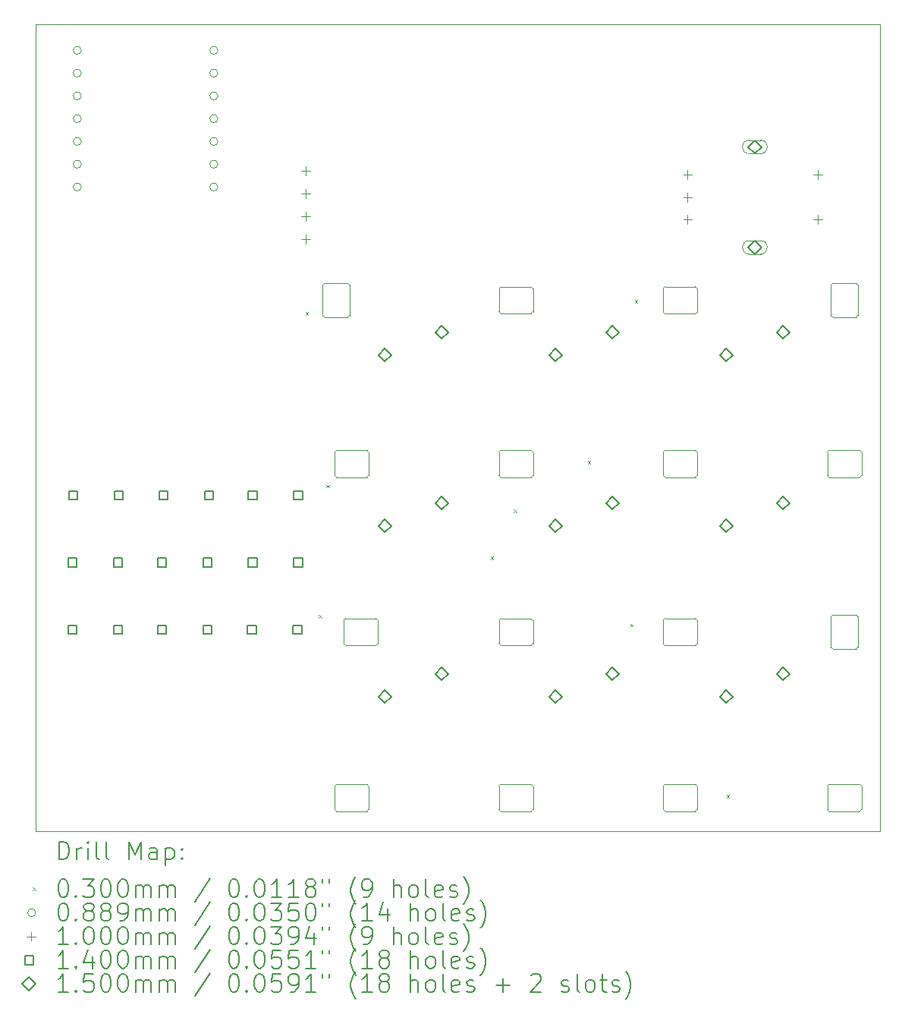
<source format=gbr>
%TF.GenerationSoftware,KiCad,Pcbnew,9.0.2*%
%TF.CreationDate,2025-06-22T22:41:08+03:00*%
%TF.ProjectId,macropad,6d616372-6f70-4616-942e-6b696361645f,rev?*%
%TF.SameCoordinates,Original*%
%TF.FileFunction,Drillmap*%
%TF.FilePolarity,Positive*%
%FSLAX45Y45*%
G04 Gerber Fmt 4.5, Leading zero omitted, Abs format (unit mm)*
G04 Created by KiCad (PCBNEW 9.0.2) date 2025-06-22 22:41:08*
%MOMM*%
%LPD*%
G01*
G04 APERTURE LIST*
%ADD10C,0.050000*%
%ADD11C,0.120000*%
%ADD12C,0.200000*%
%ADD13C,0.100000*%
%ADD14C,0.140000*%
%ADD15C,0.150000*%
G04 APERTURE END LIST*
D10*
X10775000Y-5300000D02*
X20200000Y-5300000D01*
X20200000Y-14300000D01*
X10775000Y-14300000D01*
X10775000Y-5300000D01*
D11*
X15943333Y-14055000D02*
X15943333Y-13795000D01*
X15963333Y-13775000D02*
X16303333Y-13775000D01*
X16303333Y-14075000D02*
X15963333Y-14075000D01*
X16323333Y-13795000D02*
X16323333Y-14055000D01*
X15943333Y-13795000D02*
G75*
G02*
X15963333Y-13775000I20000J0D01*
G01*
X15963333Y-14075000D02*
G75*
G02*
X15943333Y-14055000I0J20000D01*
G01*
X16303333Y-13775000D02*
G75*
G02*
X16323333Y-13795000I0J-20000D01*
G01*
X16323333Y-14055000D02*
G75*
G02*
X16303333Y-14075000I-20000J0D01*
G01*
X17776667Y-10330000D02*
X17776667Y-10070000D01*
X17796667Y-10050000D02*
X18136667Y-10050000D01*
X18136667Y-10350000D02*
X17796667Y-10350000D01*
X18156667Y-10070000D02*
X18156667Y-10330000D01*
X17776667Y-10070000D02*
G75*
G02*
X17796667Y-10050000I20000J0D01*
G01*
X17796667Y-10350000D02*
G75*
G02*
X17776667Y-10330000I0J20000D01*
G01*
X18136667Y-10050000D02*
G75*
G02*
X18156667Y-10070000I0J-20000D01*
G01*
X18156667Y-10330000D02*
G75*
G02*
X18136667Y-10350000I-20000J0D01*
G01*
X15943333Y-8505000D02*
X15943333Y-8245000D01*
X15963333Y-8225000D02*
X16303333Y-8225000D01*
X16303333Y-8525000D02*
X15963333Y-8525000D01*
X16323333Y-8245000D02*
X16323333Y-8505000D01*
X15943333Y-8245000D02*
G75*
G02*
X15963333Y-8225000I20000J0D01*
G01*
X15963333Y-8525000D02*
G75*
G02*
X15943333Y-8505000I0J20000D01*
G01*
X16303333Y-8225000D02*
G75*
G02*
X16323333Y-8245000I0J-20000D01*
G01*
X16323333Y-8505000D02*
G75*
G02*
X16303333Y-8525000I-20000J0D01*
G01*
X14110000Y-14055000D02*
X14110000Y-13795000D01*
X14130000Y-13775000D02*
X14470000Y-13775000D01*
X14470000Y-14075000D02*
X14130000Y-14075000D01*
X14490000Y-13795000D02*
X14490000Y-14055000D01*
X14110000Y-13795000D02*
G75*
G02*
X14130000Y-13775000I20000J0D01*
G01*
X14130000Y-14075000D02*
G75*
G02*
X14110000Y-14055000I0J20000D01*
G01*
X14470000Y-13775000D02*
G75*
G02*
X14490000Y-13795000I0J-20000D01*
G01*
X14490000Y-14055000D02*
G75*
G02*
X14470000Y-14075000I-20000J0D01*
G01*
X15943333Y-12205000D02*
X15943333Y-11945000D01*
X15963333Y-11925000D02*
X16303333Y-11925000D01*
X16303333Y-12225000D02*
X15963333Y-12225000D01*
X16323333Y-11945000D02*
X16323333Y-12205000D01*
X15943333Y-11945000D02*
G75*
G02*
X15963333Y-11925000I20000J0D01*
G01*
X15963333Y-12225000D02*
G75*
G02*
X15943333Y-12205000I0J20000D01*
G01*
X16303333Y-11925000D02*
G75*
G02*
X16323333Y-11945000I0J-20000D01*
G01*
X16323333Y-12205000D02*
G75*
G02*
X16303333Y-12225000I-20000J0D01*
G01*
X19610000Y-14055000D02*
X19610000Y-13795000D01*
X19630000Y-13775000D02*
X19970000Y-13775000D01*
X19970000Y-14075000D02*
X19630000Y-14075000D01*
X19990000Y-13795000D02*
X19990000Y-14055000D01*
X19610000Y-13795000D02*
G75*
G02*
X19630000Y-13775000I20000J0D01*
G01*
X19630000Y-14075000D02*
G75*
G02*
X19610000Y-14055000I0J20000D01*
G01*
X19970000Y-13775000D02*
G75*
G02*
X19990000Y-13795000I0J-20000D01*
G01*
X19990000Y-14055000D02*
G75*
G02*
X19970000Y-14075000I-20000J0D01*
G01*
X17776667Y-12205000D02*
X17776667Y-11945000D01*
X17796667Y-11925000D02*
X18136667Y-11925000D01*
X18136667Y-12225000D02*
X17796667Y-12225000D01*
X18156667Y-11945000D02*
X18156667Y-12205000D01*
X17776667Y-11945000D02*
G75*
G02*
X17796667Y-11925000I20000J0D01*
G01*
X17796667Y-12225000D02*
G75*
G02*
X17776667Y-12205000I0J20000D01*
G01*
X18136667Y-11925000D02*
G75*
G02*
X18156667Y-11945000I0J-20000D01*
G01*
X18156667Y-12205000D02*
G75*
G02*
X18136667Y-12225000I-20000J0D01*
G01*
X14210000Y-12205000D02*
X14210000Y-11945000D01*
X14230000Y-11925000D02*
X14570000Y-11925000D01*
X14570000Y-12225000D02*
X14230000Y-12225000D01*
X14590000Y-11945000D02*
X14590000Y-12205000D01*
X14210000Y-11945000D02*
G75*
G02*
X14230000Y-11925000I20000J0D01*
G01*
X14230000Y-12225000D02*
G75*
G02*
X14210000Y-12205000I0J20000D01*
G01*
X14570000Y-11925000D02*
G75*
G02*
X14590000Y-11945000I0J-20000D01*
G01*
X14590000Y-12205000D02*
G75*
G02*
X14570000Y-12225000I-20000J0D01*
G01*
X17776667Y-8505000D02*
X17776667Y-8245000D01*
X17796667Y-8225000D02*
X18136667Y-8225000D01*
X18136667Y-8525000D02*
X17796667Y-8525000D01*
X18156667Y-8245000D02*
X18156667Y-8505000D01*
X17776667Y-8245000D02*
G75*
G02*
X17796667Y-8225000I20000J0D01*
G01*
X17796667Y-8525000D02*
G75*
G02*
X17776667Y-8505000I0J20000D01*
G01*
X18136667Y-8225000D02*
G75*
G02*
X18156667Y-8245000I0J-20000D01*
G01*
X18156667Y-8505000D02*
G75*
G02*
X18136667Y-8525000I-20000J0D01*
G01*
X13975000Y-8545000D02*
X13975000Y-8205000D01*
X13995000Y-8185000D02*
X14255000Y-8185000D01*
X14255000Y-8565000D02*
X13995000Y-8565000D01*
X14275000Y-8205000D02*
X14275000Y-8545000D01*
X13975000Y-8205000D02*
G75*
G02*
X13995000Y-8185000I20000J0D01*
G01*
X13995000Y-8565000D02*
G75*
G02*
X13975000Y-8545000I0J20000D01*
G01*
X14255000Y-8185000D02*
G75*
G02*
X14275000Y-8205000I0J-20000D01*
G01*
X14275000Y-8545000D02*
G75*
G02*
X14255000Y-8565000I-20000J0D01*
G01*
X17776667Y-14055000D02*
X17776667Y-13795000D01*
X17796667Y-13775000D02*
X18136667Y-13775000D01*
X18136667Y-14075000D02*
X17796667Y-14075000D01*
X18156667Y-13795000D02*
X18156667Y-14055000D01*
X17776667Y-13795000D02*
G75*
G02*
X17796667Y-13775000I20000J0D01*
G01*
X17796667Y-14075000D02*
G75*
G02*
X17776667Y-14055000I0J20000D01*
G01*
X18136667Y-13775000D02*
G75*
G02*
X18156667Y-13795000I0J-20000D01*
G01*
X18156667Y-14055000D02*
G75*
G02*
X18136667Y-14075000I-20000J0D01*
G01*
X19650000Y-12245000D02*
X19650000Y-11905000D01*
X19670000Y-11885000D02*
X19930000Y-11885000D01*
X19930000Y-12265000D02*
X19670000Y-12265000D01*
X19950000Y-11905000D02*
X19950000Y-12245000D01*
X19650000Y-11905000D02*
G75*
G02*
X19670000Y-11885000I20000J0D01*
G01*
X19670000Y-12265000D02*
G75*
G02*
X19650000Y-12245000I0J20000D01*
G01*
X19930000Y-11885000D02*
G75*
G02*
X19950000Y-11905000I0J-20000D01*
G01*
X19950000Y-12245000D02*
G75*
G02*
X19930000Y-12265000I-20000J0D01*
G01*
X19610000Y-10330000D02*
X19610000Y-10070000D01*
X19630000Y-10050000D02*
X19970000Y-10050000D01*
X19970000Y-10350000D02*
X19630000Y-10350000D01*
X19990000Y-10070000D02*
X19990000Y-10330000D01*
X19610000Y-10070000D02*
G75*
G02*
X19630000Y-10050000I20000J0D01*
G01*
X19630000Y-10350000D02*
G75*
G02*
X19610000Y-10330000I0J20000D01*
G01*
X19970000Y-10050000D02*
G75*
G02*
X19990000Y-10070000I0J-20000D01*
G01*
X19990000Y-10330000D02*
G75*
G02*
X19970000Y-10350000I-20000J0D01*
G01*
X14110000Y-10330000D02*
X14110000Y-10070000D01*
X14130000Y-10050000D02*
X14470000Y-10050000D01*
X14470000Y-10350000D02*
X14130000Y-10350000D01*
X14490000Y-10070000D02*
X14490000Y-10330000D01*
X14110000Y-10070000D02*
G75*
G02*
X14130000Y-10050000I20000J0D01*
G01*
X14130000Y-10350000D02*
G75*
G02*
X14110000Y-10330000I0J20000D01*
G01*
X14470000Y-10050000D02*
G75*
G02*
X14490000Y-10070000I0J-20000D01*
G01*
X14490000Y-10330000D02*
G75*
G02*
X14470000Y-10350000I-20000J0D01*
G01*
X15943333Y-10330000D02*
X15943333Y-10070000D01*
X15963333Y-10050000D02*
X16303333Y-10050000D01*
X16303333Y-10350000D02*
X15963333Y-10350000D01*
X16323333Y-10070000D02*
X16323333Y-10330000D01*
X15943333Y-10070000D02*
G75*
G02*
X15963333Y-10050000I20000J0D01*
G01*
X15963333Y-10350000D02*
G75*
G02*
X15943333Y-10330000I0J20000D01*
G01*
X16303333Y-10050000D02*
G75*
G02*
X16323333Y-10070000I0J-20000D01*
G01*
X16323333Y-10330000D02*
G75*
G02*
X16303333Y-10350000I-20000J0D01*
G01*
X19650000Y-8545000D02*
X19650000Y-8205000D01*
X19670000Y-8185000D02*
X19930000Y-8185000D01*
X19930000Y-8565000D02*
X19670000Y-8565000D01*
X19950000Y-8205000D02*
X19950000Y-8545000D01*
X19650000Y-8205000D02*
G75*
G02*
X19670000Y-8185000I20000J0D01*
G01*
X19670000Y-8565000D02*
G75*
G02*
X19650000Y-8545000I0J20000D01*
G01*
X19930000Y-8185000D02*
G75*
G02*
X19950000Y-8205000I0J-20000D01*
G01*
X19950000Y-8545000D02*
G75*
G02*
X19930000Y-8565000I-20000J0D01*
G01*
D12*
D13*
X13785000Y-8510000D02*
X13815000Y-8540000D01*
X13815000Y-8510000D02*
X13785000Y-8540000D01*
X13935000Y-11885000D02*
X13965000Y-11915000D01*
X13965000Y-11885000D02*
X13935000Y-11915000D01*
X14017500Y-10435000D02*
X14047500Y-10465000D01*
X14047500Y-10435000D02*
X14017500Y-10465000D01*
X15850833Y-11235000D02*
X15880833Y-11265000D01*
X15880833Y-11235000D02*
X15850833Y-11265000D01*
X16110000Y-10710000D02*
X16140000Y-10740000D01*
X16140000Y-10710000D02*
X16110000Y-10740000D01*
X16935000Y-10170000D02*
X16965000Y-10200000D01*
X16965000Y-10170000D02*
X16935000Y-10200000D01*
X17410000Y-11985000D02*
X17440000Y-12015000D01*
X17440000Y-11985000D02*
X17410000Y-12015000D01*
X17460000Y-8375000D02*
X17490000Y-8405000D01*
X17490000Y-8375000D02*
X17460000Y-8405000D01*
X18485000Y-13895000D02*
X18515000Y-13925000D01*
X18515000Y-13895000D02*
X18485000Y-13925000D01*
X11282450Y-5588000D02*
G75*
G02*
X11193550Y-5588000I-44450J0D01*
G01*
X11193550Y-5588000D02*
G75*
G02*
X11282450Y-5588000I44450J0D01*
G01*
X11282450Y-5842000D02*
G75*
G02*
X11193550Y-5842000I-44450J0D01*
G01*
X11193550Y-5842000D02*
G75*
G02*
X11282450Y-5842000I44450J0D01*
G01*
X11282450Y-6096000D02*
G75*
G02*
X11193550Y-6096000I-44450J0D01*
G01*
X11193550Y-6096000D02*
G75*
G02*
X11282450Y-6096000I44450J0D01*
G01*
X11282450Y-6350000D02*
G75*
G02*
X11193550Y-6350000I-44450J0D01*
G01*
X11193550Y-6350000D02*
G75*
G02*
X11282450Y-6350000I44450J0D01*
G01*
X11282450Y-6604000D02*
G75*
G02*
X11193550Y-6604000I-44450J0D01*
G01*
X11193550Y-6604000D02*
G75*
G02*
X11282450Y-6604000I44450J0D01*
G01*
X11282450Y-6858000D02*
G75*
G02*
X11193550Y-6858000I-44450J0D01*
G01*
X11193550Y-6858000D02*
G75*
G02*
X11282450Y-6858000I44450J0D01*
G01*
X11282450Y-7112000D02*
G75*
G02*
X11193550Y-7112000I-44450J0D01*
G01*
X11193550Y-7112000D02*
G75*
G02*
X11282450Y-7112000I44450J0D01*
G01*
X12806450Y-5588000D02*
G75*
G02*
X12717550Y-5588000I-44450J0D01*
G01*
X12717550Y-5588000D02*
G75*
G02*
X12806450Y-5588000I44450J0D01*
G01*
X12806450Y-5842000D02*
G75*
G02*
X12717550Y-5842000I-44450J0D01*
G01*
X12717550Y-5842000D02*
G75*
G02*
X12806450Y-5842000I44450J0D01*
G01*
X12806450Y-6096000D02*
G75*
G02*
X12717550Y-6096000I-44450J0D01*
G01*
X12717550Y-6096000D02*
G75*
G02*
X12806450Y-6096000I44450J0D01*
G01*
X12806450Y-6350000D02*
G75*
G02*
X12717550Y-6350000I-44450J0D01*
G01*
X12717550Y-6350000D02*
G75*
G02*
X12806450Y-6350000I44450J0D01*
G01*
X12806450Y-6604000D02*
G75*
G02*
X12717550Y-6604000I-44450J0D01*
G01*
X12717550Y-6604000D02*
G75*
G02*
X12806450Y-6604000I44450J0D01*
G01*
X12806450Y-6858000D02*
G75*
G02*
X12717550Y-6858000I-44450J0D01*
G01*
X12717550Y-6858000D02*
G75*
G02*
X12806450Y-6858000I44450J0D01*
G01*
X12806450Y-7112000D02*
G75*
G02*
X12717550Y-7112000I-44450J0D01*
G01*
X12717550Y-7112000D02*
G75*
G02*
X12806450Y-7112000I44450J0D01*
G01*
X13788500Y-6882500D02*
X13788500Y-6982500D01*
X13738500Y-6932500D02*
X13838500Y-6932500D01*
X13788500Y-7136500D02*
X13788500Y-7236500D01*
X13738500Y-7186500D02*
X13838500Y-7186500D01*
X13788500Y-7390500D02*
X13788500Y-7490500D01*
X13738500Y-7440500D02*
X13838500Y-7440500D01*
X13788500Y-7644500D02*
X13788500Y-7744500D01*
X13738500Y-7694500D02*
X13838500Y-7694500D01*
X18050000Y-6925000D02*
X18050000Y-7025000D01*
X18000000Y-6975000D02*
X18100000Y-6975000D01*
X18050000Y-7175000D02*
X18050000Y-7275000D01*
X18000000Y-7225000D02*
X18100000Y-7225000D01*
X18050000Y-7425000D02*
X18050000Y-7525000D01*
X18000000Y-7475000D02*
X18100000Y-7475000D01*
X19500000Y-6925000D02*
X19500000Y-7025000D01*
X19450000Y-6975000D02*
X19550000Y-6975000D01*
X19500000Y-7425000D02*
X19500000Y-7525000D01*
X19450000Y-7475000D02*
X19550000Y-7475000D01*
D14*
X11233498Y-11349498D02*
X11233498Y-11250502D01*
X11134502Y-11250502D01*
X11134502Y-11349498D01*
X11233498Y-11349498D01*
X11233498Y-12099498D02*
X11233498Y-12000502D01*
X11134502Y-12000502D01*
X11134502Y-12099498D01*
X11233498Y-12099498D01*
X11241498Y-10599498D02*
X11241498Y-10500502D01*
X11142502Y-10500502D01*
X11142502Y-10599498D01*
X11241498Y-10599498D01*
X11741498Y-11349498D02*
X11741498Y-11250502D01*
X11642502Y-11250502D01*
X11642502Y-11349498D01*
X11741498Y-11349498D01*
X11741498Y-12099498D02*
X11741498Y-12000502D01*
X11642502Y-12000502D01*
X11642502Y-12099498D01*
X11741498Y-12099498D01*
X11749498Y-10599498D02*
X11749498Y-10500502D01*
X11650502Y-10500502D01*
X11650502Y-10599498D01*
X11749498Y-10599498D01*
X12233498Y-11349498D02*
X12233498Y-11250502D01*
X12134502Y-11250502D01*
X12134502Y-11349498D01*
X12233498Y-11349498D01*
X12233498Y-12099498D02*
X12233498Y-12000502D01*
X12134502Y-12000502D01*
X12134502Y-12099498D01*
X12233498Y-12099498D01*
X12249498Y-10599498D02*
X12249498Y-10500502D01*
X12150502Y-10500502D01*
X12150502Y-10599498D01*
X12249498Y-10599498D01*
X12741498Y-11349498D02*
X12741498Y-11250502D01*
X12642502Y-11250502D01*
X12642502Y-11349498D01*
X12741498Y-11349498D01*
X12741498Y-12099498D02*
X12741498Y-12000502D01*
X12642502Y-12000502D01*
X12642502Y-12099498D01*
X12741498Y-12099498D01*
X12757498Y-10599498D02*
X12757498Y-10500502D01*
X12658502Y-10500502D01*
X12658502Y-10599498D01*
X12757498Y-10599498D01*
X13233498Y-12099498D02*
X13233498Y-12000502D01*
X13134502Y-12000502D01*
X13134502Y-12099498D01*
X13233498Y-12099498D01*
X13241498Y-10599498D02*
X13241498Y-10500502D01*
X13142502Y-10500502D01*
X13142502Y-10599498D01*
X13241498Y-10599498D01*
X13241498Y-11349498D02*
X13241498Y-11250502D01*
X13142502Y-11250502D01*
X13142502Y-11349498D01*
X13241498Y-11349498D01*
X13741498Y-12099498D02*
X13741498Y-12000502D01*
X13642502Y-12000502D01*
X13642502Y-12099498D01*
X13741498Y-12099498D01*
X13749498Y-10599498D02*
X13749498Y-10500502D01*
X13650502Y-10500502D01*
X13650502Y-10599498D01*
X13749498Y-10599498D01*
X13749498Y-11349498D02*
X13749498Y-11250502D01*
X13650502Y-11250502D01*
X13650502Y-11349498D01*
X13749498Y-11349498D01*
D15*
X14672000Y-9061000D02*
X14747000Y-8986000D01*
X14672000Y-8911000D01*
X14597000Y-8986000D01*
X14672000Y-9061000D01*
X14672000Y-10966000D02*
X14747000Y-10891000D01*
X14672000Y-10816000D01*
X14597000Y-10891000D01*
X14672000Y-10966000D01*
X14672000Y-12871000D02*
X14747000Y-12796000D01*
X14672000Y-12721000D01*
X14597000Y-12796000D01*
X14672000Y-12871000D01*
X15307000Y-8807000D02*
X15382000Y-8732000D01*
X15307000Y-8657000D01*
X15232000Y-8732000D01*
X15307000Y-8807000D01*
X15307000Y-10712000D02*
X15382000Y-10637000D01*
X15307000Y-10562000D01*
X15232000Y-10637000D01*
X15307000Y-10712000D01*
X15307000Y-12617000D02*
X15382000Y-12542000D01*
X15307000Y-12467000D01*
X15232000Y-12542000D01*
X15307000Y-12617000D01*
X16577000Y-9061000D02*
X16652000Y-8986000D01*
X16577000Y-8911000D01*
X16502000Y-8986000D01*
X16577000Y-9061000D01*
X16577000Y-10966000D02*
X16652000Y-10891000D01*
X16577000Y-10816000D01*
X16502000Y-10891000D01*
X16577000Y-10966000D01*
X16577000Y-12871000D02*
X16652000Y-12796000D01*
X16577000Y-12721000D01*
X16502000Y-12796000D01*
X16577000Y-12871000D01*
X17212000Y-8807000D02*
X17287000Y-8732000D01*
X17212000Y-8657000D01*
X17137000Y-8732000D01*
X17212000Y-8807000D01*
X17212000Y-10712000D02*
X17287000Y-10637000D01*
X17212000Y-10562000D01*
X17137000Y-10637000D01*
X17212000Y-10712000D01*
X17212000Y-12617000D02*
X17287000Y-12542000D01*
X17212000Y-12467000D01*
X17137000Y-12542000D01*
X17212000Y-12617000D01*
X18482000Y-9061000D02*
X18557000Y-8986000D01*
X18482000Y-8911000D01*
X18407000Y-8986000D01*
X18482000Y-9061000D01*
X18482000Y-10966000D02*
X18557000Y-10891000D01*
X18482000Y-10816000D01*
X18407000Y-10891000D01*
X18482000Y-10966000D01*
X18482000Y-12871000D02*
X18557000Y-12796000D01*
X18482000Y-12721000D01*
X18407000Y-12796000D01*
X18482000Y-12871000D01*
X18800000Y-6740000D02*
X18875000Y-6665000D01*
X18800000Y-6590000D01*
X18725000Y-6665000D01*
X18800000Y-6740000D01*
D13*
X18735000Y-6740000D02*
X18865000Y-6740000D01*
X18865000Y-6590000D02*
G75*
G02*
X18865000Y-6740000I0J-75000D01*
G01*
X18865000Y-6590000D02*
X18735000Y-6590000D01*
X18735000Y-6590000D02*
G75*
G03*
X18735000Y-6740000I0J-75000D01*
G01*
D15*
X18800000Y-7860000D02*
X18875000Y-7785000D01*
X18800000Y-7710000D01*
X18725000Y-7785000D01*
X18800000Y-7860000D01*
D13*
X18735000Y-7860000D02*
X18865000Y-7860000D01*
X18865000Y-7710000D02*
G75*
G02*
X18865000Y-7860000I0J-75000D01*
G01*
X18865000Y-7710000D02*
X18735000Y-7710000D01*
X18735000Y-7710000D02*
G75*
G03*
X18735000Y-7860000I0J-75000D01*
G01*
D15*
X19117000Y-8807000D02*
X19192000Y-8732000D01*
X19117000Y-8657000D01*
X19042000Y-8732000D01*
X19117000Y-8807000D01*
X19117000Y-10712000D02*
X19192000Y-10637000D01*
X19117000Y-10562000D01*
X19042000Y-10637000D01*
X19117000Y-10712000D01*
X19117000Y-12617000D02*
X19192000Y-12542000D01*
X19117000Y-12467000D01*
X19042000Y-12542000D01*
X19117000Y-12617000D01*
D12*
X11033277Y-14613984D02*
X11033277Y-14413984D01*
X11033277Y-14413984D02*
X11080896Y-14413984D01*
X11080896Y-14413984D02*
X11109467Y-14423508D01*
X11109467Y-14423508D02*
X11128515Y-14442555D01*
X11128515Y-14442555D02*
X11138039Y-14461603D01*
X11138039Y-14461603D02*
X11147563Y-14499698D01*
X11147563Y-14499698D02*
X11147563Y-14528269D01*
X11147563Y-14528269D02*
X11138039Y-14566365D01*
X11138039Y-14566365D02*
X11128515Y-14585412D01*
X11128515Y-14585412D02*
X11109467Y-14604460D01*
X11109467Y-14604460D02*
X11080896Y-14613984D01*
X11080896Y-14613984D02*
X11033277Y-14613984D01*
X11233277Y-14613984D02*
X11233277Y-14480650D01*
X11233277Y-14518746D02*
X11242801Y-14499698D01*
X11242801Y-14499698D02*
X11252324Y-14490174D01*
X11252324Y-14490174D02*
X11271372Y-14480650D01*
X11271372Y-14480650D02*
X11290420Y-14480650D01*
X11357086Y-14613984D02*
X11357086Y-14480650D01*
X11357086Y-14413984D02*
X11347562Y-14423508D01*
X11347562Y-14423508D02*
X11357086Y-14433031D01*
X11357086Y-14433031D02*
X11366610Y-14423508D01*
X11366610Y-14423508D02*
X11357086Y-14413984D01*
X11357086Y-14413984D02*
X11357086Y-14433031D01*
X11480896Y-14613984D02*
X11461848Y-14604460D01*
X11461848Y-14604460D02*
X11452324Y-14585412D01*
X11452324Y-14585412D02*
X11452324Y-14413984D01*
X11585658Y-14613984D02*
X11566610Y-14604460D01*
X11566610Y-14604460D02*
X11557086Y-14585412D01*
X11557086Y-14585412D02*
X11557086Y-14413984D01*
X11814229Y-14613984D02*
X11814229Y-14413984D01*
X11814229Y-14413984D02*
X11880896Y-14556841D01*
X11880896Y-14556841D02*
X11947562Y-14413984D01*
X11947562Y-14413984D02*
X11947562Y-14613984D01*
X12128515Y-14613984D02*
X12128515Y-14509222D01*
X12128515Y-14509222D02*
X12118991Y-14490174D01*
X12118991Y-14490174D02*
X12099943Y-14480650D01*
X12099943Y-14480650D02*
X12061848Y-14480650D01*
X12061848Y-14480650D02*
X12042801Y-14490174D01*
X12128515Y-14604460D02*
X12109467Y-14613984D01*
X12109467Y-14613984D02*
X12061848Y-14613984D01*
X12061848Y-14613984D02*
X12042801Y-14604460D01*
X12042801Y-14604460D02*
X12033277Y-14585412D01*
X12033277Y-14585412D02*
X12033277Y-14566365D01*
X12033277Y-14566365D02*
X12042801Y-14547317D01*
X12042801Y-14547317D02*
X12061848Y-14537793D01*
X12061848Y-14537793D02*
X12109467Y-14537793D01*
X12109467Y-14537793D02*
X12128515Y-14528269D01*
X12223753Y-14480650D02*
X12223753Y-14680650D01*
X12223753Y-14490174D02*
X12242801Y-14480650D01*
X12242801Y-14480650D02*
X12280896Y-14480650D01*
X12280896Y-14480650D02*
X12299943Y-14490174D01*
X12299943Y-14490174D02*
X12309467Y-14499698D01*
X12309467Y-14499698D02*
X12318991Y-14518746D01*
X12318991Y-14518746D02*
X12318991Y-14575888D01*
X12318991Y-14575888D02*
X12309467Y-14594936D01*
X12309467Y-14594936D02*
X12299943Y-14604460D01*
X12299943Y-14604460D02*
X12280896Y-14613984D01*
X12280896Y-14613984D02*
X12242801Y-14613984D01*
X12242801Y-14613984D02*
X12223753Y-14604460D01*
X12404705Y-14594936D02*
X12414229Y-14604460D01*
X12414229Y-14604460D02*
X12404705Y-14613984D01*
X12404705Y-14613984D02*
X12395182Y-14604460D01*
X12395182Y-14604460D02*
X12404705Y-14594936D01*
X12404705Y-14594936D02*
X12404705Y-14613984D01*
X12404705Y-14490174D02*
X12414229Y-14499698D01*
X12414229Y-14499698D02*
X12404705Y-14509222D01*
X12404705Y-14509222D02*
X12395182Y-14499698D01*
X12395182Y-14499698D02*
X12404705Y-14490174D01*
X12404705Y-14490174D02*
X12404705Y-14509222D01*
D13*
X10742500Y-14927500D02*
X10772500Y-14957500D01*
X10772500Y-14927500D02*
X10742500Y-14957500D01*
D12*
X11071372Y-14833984D02*
X11090420Y-14833984D01*
X11090420Y-14833984D02*
X11109467Y-14843508D01*
X11109467Y-14843508D02*
X11118991Y-14853031D01*
X11118991Y-14853031D02*
X11128515Y-14872079D01*
X11128515Y-14872079D02*
X11138039Y-14910174D01*
X11138039Y-14910174D02*
X11138039Y-14957793D01*
X11138039Y-14957793D02*
X11128515Y-14995888D01*
X11128515Y-14995888D02*
X11118991Y-15014936D01*
X11118991Y-15014936D02*
X11109467Y-15024460D01*
X11109467Y-15024460D02*
X11090420Y-15033984D01*
X11090420Y-15033984D02*
X11071372Y-15033984D01*
X11071372Y-15033984D02*
X11052324Y-15024460D01*
X11052324Y-15024460D02*
X11042801Y-15014936D01*
X11042801Y-15014936D02*
X11033277Y-14995888D01*
X11033277Y-14995888D02*
X11023753Y-14957793D01*
X11023753Y-14957793D02*
X11023753Y-14910174D01*
X11023753Y-14910174D02*
X11033277Y-14872079D01*
X11033277Y-14872079D02*
X11042801Y-14853031D01*
X11042801Y-14853031D02*
X11052324Y-14843508D01*
X11052324Y-14843508D02*
X11071372Y-14833984D01*
X11223753Y-15014936D02*
X11233277Y-15024460D01*
X11233277Y-15024460D02*
X11223753Y-15033984D01*
X11223753Y-15033984D02*
X11214229Y-15024460D01*
X11214229Y-15024460D02*
X11223753Y-15014936D01*
X11223753Y-15014936D02*
X11223753Y-15033984D01*
X11299943Y-14833984D02*
X11423753Y-14833984D01*
X11423753Y-14833984D02*
X11357086Y-14910174D01*
X11357086Y-14910174D02*
X11385658Y-14910174D01*
X11385658Y-14910174D02*
X11404705Y-14919698D01*
X11404705Y-14919698D02*
X11414229Y-14929222D01*
X11414229Y-14929222D02*
X11423753Y-14948269D01*
X11423753Y-14948269D02*
X11423753Y-14995888D01*
X11423753Y-14995888D02*
X11414229Y-15014936D01*
X11414229Y-15014936D02*
X11404705Y-15024460D01*
X11404705Y-15024460D02*
X11385658Y-15033984D01*
X11385658Y-15033984D02*
X11328515Y-15033984D01*
X11328515Y-15033984D02*
X11309467Y-15024460D01*
X11309467Y-15024460D02*
X11299943Y-15014936D01*
X11547562Y-14833984D02*
X11566610Y-14833984D01*
X11566610Y-14833984D02*
X11585658Y-14843508D01*
X11585658Y-14843508D02*
X11595182Y-14853031D01*
X11595182Y-14853031D02*
X11604705Y-14872079D01*
X11604705Y-14872079D02*
X11614229Y-14910174D01*
X11614229Y-14910174D02*
X11614229Y-14957793D01*
X11614229Y-14957793D02*
X11604705Y-14995888D01*
X11604705Y-14995888D02*
X11595182Y-15014936D01*
X11595182Y-15014936D02*
X11585658Y-15024460D01*
X11585658Y-15024460D02*
X11566610Y-15033984D01*
X11566610Y-15033984D02*
X11547562Y-15033984D01*
X11547562Y-15033984D02*
X11528515Y-15024460D01*
X11528515Y-15024460D02*
X11518991Y-15014936D01*
X11518991Y-15014936D02*
X11509467Y-14995888D01*
X11509467Y-14995888D02*
X11499943Y-14957793D01*
X11499943Y-14957793D02*
X11499943Y-14910174D01*
X11499943Y-14910174D02*
X11509467Y-14872079D01*
X11509467Y-14872079D02*
X11518991Y-14853031D01*
X11518991Y-14853031D02*
X11528515Y-14843508D01*
X11528515Y-14843508D02*
X11547562Y-14833984D01*
X11738039Y-14833984D02*
X11757086Y-14833984D01*
X11757086Y-14833984D02*
X11776134Y-14843508D01*
X11776134Y-14843508D02*
X11785658Y-14853031D01*
X11785658Y-14853031D02*
X11795182Y-14872079D01*
X11795182Y-14872079D02*
X11804705Y-14910174D01*
X11804705Y-14910174D02*
X11804705Y-14957793D01*
X11804705Y-14957793D02*
X11795182Y-14995888D01*
X11795182Y-14995888D02*
X11785658Y-15014936D01*
X11785658Y-15014936D02*
X11776134Y-15024460D01*
X11776134Y-15024460D02*
X11757086Y-15033984D01*
X11757086Y-15033984D02*
X11738039Y-15033984D01*
X11738039Y-15033984D02*
X11718991Y-15024460D01*
X11718991Y-15024460D02*
X11709467Y-15014936D01*
X11709467Y-15014936D02*
X11699943Y-14995888D01*
X11699943Y-14995888D02*
X11690420Y-14957793D01*
X11690420Y-14957793D02*
X11690420Y-14910174D01*
X11690420Y-14910174D02*
X11699943Y-14872079D01*
X11699943Y-14872079D02*
X11709467Y-14853031D01*
X11709467Y-14853031D02*
X11718991Y-14843508D01*
X11718991Y-14843508D02*
X11738039Y-14833984D01*
X11890420Y-15033984D02*
X11890420Y-14900650D01*
X11890420Y-14919698D02*
X11899943Y-14910174D01*
X11899943Y-14910174D02*
X11918991Y-14900650D01*
X11918991Y-14900650D02*
X11947563Y-14900650D01*
X11947563Y-14900650D02*
X11966610Y-14910174D01*
X11966610Y-14910174D02*
X11976134Y-14929222D01*
X11976134Y-14929222D02*
X11976134Y-15033984D01*
X11976134Y-14929222D02*
X11985658Y-14910174D01*
X11985658Y-14910174D02*
X12004705Y-14900650D01*
X12004705Y-14900650D02*
X12033277Y-14900650D01*
X12033277Y-14900650D02*
X12052324Y-14910174D01*
X12052324Y-14910174D02*
X12061848Y-14929222D01*
X12061848Y-14929222D02*
X12061848Y-15033984D01*
X12157086Y-15033984D02*
X12157086Y-14900650D01*
X12157086Y-14919698D02*
X12166610Y-14910174D01*
X12166610Y-14910174D02*
X12185658Y-14900650D01*
X12185658Y-14900650D02*
X12214229Y-14900650D01*
X12214229Y-14900650D02*
X12233277Y-14910174D01*
X12233277Y-14910174D02*
X12242801Y-14929222D01*
X12242801Y-14929222D02*
X12242801Y-15033984D01*
X12242801Y-14929222D02*
X12252324Y-14910174D01*
X12252324Y-14910174D02*
X12271372Y-14900650D01*
X12271372Y-14900650D02*
X12299943Y-14900650D01*
X12299943Y-14900650D02*
X12318991Y-14910174D01*
X12318991Y-14910174D02*
X12328515Y-14929222D01*
X12328515Y-14929222D02*
X12328515Y-15033984D01*
X12718991Y-14824460D02*
X12547563Y-15081603D01*
X12976134Y-14833984D02*
X12995182Y-14833984D01*
X12995182Y-14833984D02*
X13014229Y-14843508D01*
X13014229Y-14843508D02*
X13023753Y-14853031D01*
X13023753Y-14853031D02*
X13033277Y-14872079D01*
X13033277Y-14872079D02*
X13042801Y-14910174D01*
X13042801Y-14910174D02*
X13042801Y-14957793D01*
X13042801Y-14957793D02*
X13033277Y-14995888D01*
X13033277Y-14995888D02*
X13023753Y-15014936D01*
X13023753Y-15014936D02*
X13014229Y-15024460D01*
X13014229Y-15024460D02*
X12995182Y-15033984D01*
X12995182Y-15033984D02*
X12976134Y-15033984D01*
X12976134Y-15033984D02*
X12957086Y-15024460D01*
X12957086Y-15024460D02*
X12947563Y-15014936D01*
X12947563Y-15014936D02*
X12938039Y-14995888D01*
X12938039Y-14995888D02*
X12928515Y-14957793D01*
X12928515Y-14957793D02*
X12928515Y-14910174D01*
X12928515Y-14910174D02*
X12938039Y-14872079D01*
X12938039Y-14872079D02*
X12947563Y-14853031D01*
X12947563Y-14853031D02*
X12957086Y-14843508D01*
X12957086Y-14843508D02*
X12976134Y-14833984D01*
X13128515Y-15014936D02*
X13138039Y-15024460D01*
X13138039Y-15024460D02*
X13128515Y-15033984D01*
X13128515Y-15033984D02*
X13118991Y-15024460D01*
X13118991Y-15024460D02*
X13128515Y-15014936D01*
X13128515Y-15014936D02*
X13128515Y-15033984D01*
X13261848Y-14833984D02*
X13280896Y-14833984D01*
X13280896Y-14833984D02*
X13299944Y-14843508D01*
X13299944Y-14843508D02*
X13309467Y-14853031D01*
X13309467Y-14853031D02*
X13318991Y-14872079D01*
X13318991Y-14872079D02*
X13328515Y-14910174D01*
X13328515Y-14910174D02*
X13328515Y-14957793D01*
X13328515Y-14957793D02*
X13318991Y-14995888D01*
X13318991Y-14995888D02*
X13309467Y-15014936D01*
X13309467Y-15014936D02*
X13299944Y-15024460D01*
X13299944Y-15024460D02*
X13280896Y-15033984D01*
X13280896Y-15033984D02*
X13261848Y-15033984D01*
X13261848Y-15033984D02*
X13242801Y-15024460D01*
X13242801Y-15024460D02*
X13233277Y-15014936D01*
X13233277Y-15014936D02*
X13223753Y-14995888D01*
X13223753Y-14995888D02*
X13214229Y-14957793D01*
X13214229Y-14957793D02*
X13214229Y-14910174D01*
X13214229Y-14910174D02*
X13223753Y-14872079D01*
X13223753Y-14872079D02*
X13233277Y-14853031D01*
X13233277Y-14853031D02*
X13242801Y-14843508D01*
X13242801Y-14843508D02*
X13261848Y-14833984D01*
X13518991Y-15033984D02*
X13404706Y-15033984D01*
X13461848Y-15033984D02*
X13461848Y-14833984D01*
X13461848Y-14833984D02*
X13442801Y-14862555D01*
X13442801Y-14862555D02*
X13423753Y-14881603D01*
X13423753Y-14881603D02*
X13404706Y-14891127D01*
X13709467Y-15033984D02*
X13595182Y-15033984D01*
X13652325Y-15033984D02*
X13652325Y-14833984D01*
X13652325Y-14833984D02*
X13633277Y-14862555D01*
X13633277Y-14862555D02*
X13614229Y-14881603D01*
X13614229Y-14881603D02*
X13595182Y-14891127D01*
X13823753Y-14919698D02*
X13804706Y-14910174D01*
X13804706Y-14910174D02*
X13795182Y-14900650D01*
X13795182Y-14900650D02*
X13785658Y-14881603D01*
X13785658Y-14881603D02*
X13785658Y-14872079D01*
X13785658Y-14872079D02*
X13795182Y-14853031D01*
X13795182Y-14853031D02*
X13804706Y-14843508D01*
X13804706Y-14843508D02*
X13823753Y-14833984D01*
X13823753Y-14833984D02*
X13861848Y-14833984D01*
X13861848Y-14833984D02*
X13880896Y-14843508D01*
X13880896Y-14843508D02*
X13890420Y-14853031D01*
X13890420Y-14853031D02*
X13899944Y-14872079D01*
X13899944Y-14872079D02*
X13899944Y-14881603D01*
X13899944Y-14881603D02*
X13890420Y-14900650D01*
X13890420Y-14900650D02*
X13880896Y-14910174D01*
X13880896Y-14910174D02*
X13861848Y-14919698D01*
X13861848Y-14919698D02*
X13823753Y-14919698D01*
X13823753Y-14919698D02*
X13804706Y-14929222D01*
X13804706Y-14929222D02*
X13795182Y-14938746D01*
X13795182Y-14938746D02*
X13785658Y-14957793D01*
X13785658Y-14957793D02*
X13785658Y-14995888D01*
X13785658Y-14995888D02*
X13795182Y-15014936D01*
X13795182Y-15014936D02*
X13804706Y-15024460D01*
X13804706Y-15024460D02*
X13823753Y-15033984D01*
X13823753Y-15033984D02*
X13861848Y-15033984D01*
X13861848Y-15033984D02*
X13880896Y-15024460D01*
X13880896Y-15024460D02*
X13890420Y-15014936D01*
X13890420Y-15014936D02*
X13899944Y-14995888D01*
X13899944Y-14995888D02*
X13899944Y-14957793D01*
X13899944Y-14957793D02*
X13890420Y-14938746D01*
X13890420Y-14938746D02*
X13880896Y-14929222D01*
X13880896Y-14929222D02*
X13861848Y-14919698D01*
X13976134Y-14833984D02*
X13976134Y-14872079D01*
X14052325Y-14833984D02*
X14052325Y-14872079D01*
X14347563Y-15110174D02*
X14338039Y-15100650D01*
X14338039Y-15100650D02*
X14318991Y-15072079D01*
X14318991Y-15072079D02*
X14309468Y-15053031D01*
X14309468Y-15053031D02*
X14299944Y-15024460D01*
X14299944Y-15024460D02*
X14290420Y-14976841D01*
X14290420Y-14976841D02*
X14290420Y-14938746D01*
X14290420Y-14938746D02*
X14299944Y-14891127D01*
X14299944Y-14891127D02*
X14309468Y-14862555D01*
X14309468Y-14862555D02*
X14318991Y-14843508D01*
X14318991Y-14843508D02*
X14338039Y-14814936D01*
X14338039Y-14814936D02*
X14347563Y-14805412D01*
X14433277Y-15033984D02*
X14471372Y-15033984D01*
X14471372Y-15033984D02*
X14490420Y-15024460D01*
X14490420Y-15024460D02*
X14499944Y-15014936D01*
X14499944Y-15014936D02*
X14518991Y-14986365D01*
X14518991Y-14986365D02*
X14528515Y-14948269D01*
X14528515Y-14948269D02*
X14528515Y-14872079D01*
X14528515Y-14872079D02*
X14518991Y-14853031D01*
X14518991Y-14853031D02*
X14509468Y-14843508D01*
X14509468Y-14843508D02*
X14490420Y-14833984D01*
X14490420Y-14833984D02*
X14452325Y-14833984D01*
X14452325Y-14833984D02*
X14433277Y-14843508D01*
X14433277Y-14843508D02*
X14423753Y-14853031D01*
X14423753Y-14853031D02*
X14414229Y-14872079D01*
X14414229Y-14872079D02*
X14414229Y-14919698D01*
X14414229Y-14919698D02*
X14423753Y-14938746D01*
X14423753Y-14938746D02*
X14433277Y-14948269D01*
X14433277Y-14948269D02*
X14452325Y-14957793D01*
X14452325Y-14957793D02*
X14490420Y-14957793D01*
X14490420Y-14957793D02*
X14509468Y-14948269D01*
X14509468Y-14948269D02*
X14518991Y-14938746D01*
X14518991Y-14938746D02*
X14528515Y-14919698D01*
X14766610Y-15033984D02*
X14766610Y-14833984D01*
X14852325Y-15033984D02*
X14852325Y-14929222D01*
X14852325Y-14929222D02*
X14842801Y-14910174D01*
X14842801Y-14910174D02*
X14823753Y-14900650D01*
X14823753Y-14900650D02*
X14795182Y-14900650D01*
X14795182Y-14900650D02*
X14776134Y-14910174D01*
X14776134Y-14910174D02*
X14766610Y-14919698D01*
X14976134Y-15033984D02*
X14957087Y-15024460D01*
X14957087Y-15024460D02*
X14947563Y-15014936D01*
X14947563Y-15014936D02*
X14938039Y-14995888D01*
X14938039Y-14995888D02*
X14938039Y-14938746D01*
X14938039Y-14938746D02*
X14947563Y-14919698D01*
X14947563Y-14919698D02*
X14957087Y-14910174D01*
X14957087Y-14910174D02*
X14976134Y-14900650D01*
X14976134Y-14900650D02*
X15004706Y-14900650D01*
X15004706Y-14900650D02*
X15023753Y-14910174D01*
X15023753Y-14910174D02*
X15033277Y-14919698D01*
X15033277Y-14919698D02*
X15042801Y-14938746D01*
X15042801Y-14938746D02*
X15042801Y-14995888D01*
X15042801Y-14995888D02*
X15033277Y-15014936D01*
X15033277Y-15014936D02*
X15023753Y-15024460D01*
X15023753Y-15024460D02*
X15004706Y-15033984D01*
X15004706Y-15033984D02*
X14976134Y-15033984D01*
X15157087Y-15033984D02*
X15138039Y-15024460D01*
X15138039Y-15024460D02*
X15128515Y-15005412D01*
X15128515Y-15005412D02*
X15128515Y-14833984D01*
X15309468Y-15024460D02*
X15290420Y-15033984D01*
X15290420Y-15033984D02*
X15252325Y-15033984D01*
X15252325Y-15033984D02*
X15233277Y-15024460D01*
X15233277Y-15024460D02*
X15223753Y-15005412D01*
X15223753Y-15005412D02*
X15223753Y-14929222D01*
X15223753Y-14929222D02*
X15233277Y-14910174D01*
X15233277Y-14910174D02*
X15252325Y-14900650D01*
X15252325Y-14900650D02*
X15290420Y-14900650D01*
X15290420Y-14900650D02*
X15309468Y-14910174D01*
X15309468Y-14910174D02*
X15318991Y-14929222D01*
X15318991Y-14929222D02*
X15318991Y-14948269D01*
X15318991Y-14948269D02*
X15223753Y-14967317D01*
X15395182Y-15024460D02*
X15414230Y-15033984D01*
X15414230Y-15033984D02*
X15452325Y-15033984D01*
X15452325Y-15033984D02*
X15471372Y-15024460D01*
X15471372Y-15024460D02*
X15480896Y-15005412D01*
X15480896Y-15005412D02*
X15480896Y-14995888D01*
X15480896Y-14995888D02*
X15471372Y-14976841D01*
X15471372Y-14976841D02*
X15452325Y-14967317D01*
X15452325Y-14967317D02*
X15423753Y-14967317D01*
X15423753Y-14967317D02*
X15404706Y-14957793D01*
X15404706Y-14957793D02*
X15395182Y-14938746D01*
X15395182Y-14938746D02*
X15395182Y-14929222D01*
X15395182Y-14929222D02*
X15404706Y-14910174D01*
X15404706Y-14910174D02*
X15423753Y-14900650D01*
X15423753Y-14900650D02*
X15452325Y-14900650D01*
X15452325Y-14900650D02*
X15471372Y-14910174D01*
X15547563Y-15110174D02*
X15557087Y-15100650D01*
X15557087Y-15100650D02*
X15576134Y-15072079D01*
X15576134Y-15072079D02*
X15585658Y-15053031D01*
X15585658Y-15053031D02*
X15595182Y-15024460D01*
X15595182Y-15024460D02*
X15604706Y-14976841D01*
X15604706Y-14976841D02*
X15604706Y-14938746D01*
X15604706Y-14938746D02*
X15595182Y-14891127D01*
X15595182Y-14891127D02*
X15585658Y-14862555D01*
X15585658Y-14862555D02*
X15576134Y-14843508D01*
X15576134Y-14843508D02*
X15557087Y-14814936D01*
X15557087Y-14814936D02*
X15547563Y-14805412D01*
D13*
X10772500Y-15206500D02*
G75*
G02*
X10683600Y-15206500I-44450J0D01*
G01*
X10683600Y-15206500D02*
G75*
G02*
X10772500Y-15206500I44450J0D01*
G01*
D12*
X11071372Y-15097984D02*
X11090420Y-15097984D01*
X11090420Y-15097984D02*
X11109467Y-15107508D01*
X11109467Y-15107508D02*
X11118991Y-15117031D01*
X11118991Y-15117031D02*
X11128515Y-15136079D01*
X11128515Y-15136079D02*
X11138039Y-15174174D01*
X11138039Y-15174174D02*
X11138039Y-15221793D01*
X11138039Y-15221793D02*
X11128515Y-15259888D01*
X11128515Y-15259888D02*
X11118991Y-15278936D01*
X11118991Y-15278936D02*
X11109467Y-15288460D01*
X11109467Y-15288460D02*
X11090420Y-15297984D01*
X11090420Y-15297984D02*
X11071372Y-15297984D01*
X11071372Y-15297984D02*
X11052324Y-15288460D01*
X11052324Y-15288460D02*
X11042801Y-15278936D01*
X11042801Y-15278936D02*
X11033277Y-15259888D01*
X11033277Y-15259888D02*
X11023753Y-15221793D01*
X11023753Y-15221793D02*
X11023753Y-15174174D01*
X11023753Y-15174174D02*
X11033277Y-15136079D01*
X11033277Y-15136079D02*
X11042801Y-15117031D01*
X11042801Y-15117031D02*
X11052324Y-15107508D01*
X11052324Y-15107508D02*
X11071372Y-15097984D01*
X11223753Y-15278936D02*
X11233277Y-15288460D01*
X11233277Y-15288460D02*
X11223753Y-15297984D01*
X11223753Y-15297984D02*
X11214229Y-15288460D01*
X11214229Y-15288460D02*
X11223753Y-15278936D01*
X11223753Y-15278936D02*
X11223753Y-15297984D01*
X11347562Y-15183698D02*
X11328515Y-15174174D01*
X11328515Y-15174174D02*
X11318991Y-15164650D01*
X11318991Y-15164650D02*
X11309467Y-15145603D01*
X11309467Y-15145603D02*
X11309467Y-15136079D01*
X11309467Y-15136079D02*
X11318991Y-15117031D01*
X11318991Y-15117031D02*
X11328515Y-15107508D01*
X11328515Y-15107508D02*
X11347562Y-15097984D01*
X11347562Y-15097984D02*
X11385658Y-15097984D01*
X11385658Y-15097984D02*
X11404705Y-15107508D01*
X11404705Y-15107508D02*
X11414229Y-15117031D01*
X11414229Y-15117031D02*
X11423753Y-15136079D01*
X11423753Y-15136079D02*
X11423753Y-15145603D01*
X11423753Y-15145603D02*
X11414229Y-15164650D01*
X11414229Y-15164650D02*
X11404705Y-15174174D01*
X11404705Y-15174174D02*
X11385658Y-15183698D01*
X11385658Y-15183698D02*
X11347562Y-15183698D01*
X11347562Y-15183698D02*
X11328515Y-15193222D01*
X11328515Y-15193222D02*
X11318991Y-15202746D01*
X11318991Y-15202746D02*
X11309467Y-15221793D01*
X11309467Y-15221793D02*
X11309467Y-15259888D01*
X11309467Y-15259888D02*
X11318991Y-15278936D01*
X11318991Y-15278936D02*
X11328515Y-15288460D01*
X11328515Y-15288460D02*
X11347562Y-15297984D01*
X11347562Y-15297984D02*
X11385658Y-15297984D01*
X11385658Y-15297984D02*
X11404705Y-15288460D01*
X11404705Y-15288460D02*
X11414229Y-15278936D01*
X11414229Y-15278936D02*
X11423753Y-15259888D01*
X11423753Y-15259888D02*
X11423753Y-15221793D01*
X11423753Y-15221793D02*
X11414229Y-15202746D01*
X11414229Y-15202746D02*
X11404705Y-15193222D01*
X11404705Y-15193222D02*
X11385658Y-15183698D01*
X11538039Y-15183698D02*
X11518991Y-15174174D01*
X11518991Y-15174174D02*
X11509467Y-15164650D01*
X11509467Y-15164650D02*
X11499943Y-15145603D01*
X11499943Y-15145603D02*
X11499943Y-15136079D01*
X11499943Y-15136079D02*
X11509467Y-15117031D01*
X11509467Y-15117031D02*
X11518991Y-15107508D01*
X11518991Y-15107508D02*
X11538039Y-15097984D01*
X11538039Y-15097984D02*
X11576134Y-15097984D01*
X11576134Y-15097984D02*
X11595182Y-15107508D01*
X11595182Y-15107508D02*
X11604705Y-15117031D01*
X11604705Y-15117031D02*
X11614229Y-15136079D01*
X11614229Y-15136079D02*
X11614229Y-15145603D01*
X11614229Y-15145603D02*
X11604705Y-15164650D01*
X11604705Y-15164650D02*
X11595182Y-15174174D01*
X11595182Y-15174174D02*
X11576134Y-15183698D01*
X11576134Y-15183698D02*
X11538039Y-15183698D01*
X11538039Y-15183698D02*
X11518991Y-15193222D01*
X11518991Y-15193222D02*
X11509467Y-15202746D01*
X11509467Y-15202746D02*
X11499943Y-15221793D01*
X11499943Y-15221793D02*
X11499943Y-15259888D01*
X11499943Y-15259888D02*
X11509467Y-15278936D01*
X11509467Y-15278936D02*
X11518991Y-15288460D01*
X11518991Y-15288460D02*
X11538039Y-15297984D01*
X11538039Y-15297984D02*
X11576134Y-15297984D01*
X11576134Y-15297984D02*
X11595182Y-15288460D01*
X11595182Y-15288460D02*
X11604705Y-15278936D01*
X11604705Y-15278936D02*
X11614229Y-15259888D01*
X11614229Y-15259888D02*
X11614229Y-15221793D01*
X11614229Y-15221793D02*
X11604705Y-15202746D01*
X11604705Y-15202746D02*
X11595182Y-15193222D01*
X11595182Y-15193222D02*
X11576134Y-15183698D01*
X11709467Y-15297984D02*
X11747562Y-15297984D01*
X11747562Y-15297984D02*
X11766610Y-15288460D01*
X11766610Y-15288460D02*
X11776134Y-15278936D01*
X11776134Y-15278936D02*
X11795182Y-15250365D01*
X11795182Y-15250365D02*
X11804705Y-15212269D01*
X11804705Y-15212269D02*
X11804705Y-15136079D01*
X11804705Y-15136079D02*
X11795182Y-15117031D01*
X11795182Y-15117031D02*
X11785658Y-15107508D01*
X11785658Y-15107508D02*
X11766610Y-15097984D01*
X11766610Y-15097984D02*
X11728515Y-15097984D01*
X11728515Y-15097984D02*
X11709467Y-15107508D01*
X11709467Y-15107508D02*
X11699943Y-15117031D01*
X11699943Y-15117031D02*
X11690420Y-15136079D01*
X11690420Y-15136079D02*
X11690420Y-15183698D01*
X11690420Y-15183698D02*
X11699943Y-15202746D01*
X11699943Y-15202746D02*
X11709467Y-15212269D01*
X11709467Y-15212269D02*
X11728515Y-15221793D01*
X11728515Y-15221793D02*
X11766610Y-15221793D01*
X11766610Y-15221793D02*
X11785658Y-15212269D01*
X11785658Y-15212269D02*
X11795182Y-15202746D01*
X11795182Y-15202746D02*
X11804705Y-15183698D01*
X11890420Y-15297984D02*
X11890420Y-15164650D01*
X11890420Y-15183698D02*
X11899943Y-15174174D01*
X11899943Y-15174174D02*
X11918991Y-15164650D01*
X11918991Y-15164650D02*
X11947563Y-15164650D01*
X11947563Y-15164650D02*
X11966610Y-15174174D01*
X11966610Y-15174174D02*
X11976134Y-15193222D01*
X11976134Y-15193222D02*
X11976134Y-15297984D01*
X11976134Y-15193222D02*
X11985658Y-15174174D01*
X11985658Y-15174174D02*
X12004705Y-15164650D01*
X12004705Y-15164650D02*
X12033277Y-15164650D01*
X12033277Y-15164650D02*
X12052324Y-15174174D01*
X12052324Y-15174174D02*
X12061848Y-15193222D01*
X12061848Y-15193222D02*
X12061848Y-15297984D01*
X12157086Y-15297984D02*
X12157086Y-15164650D01*
X12157086Y-15183698D02*
X12166610Y-15174174D01*
X12166610Y-15174174D02*
X12185658Y-15164650D01*
X12185658Y-15164650D02*
X12214229Y-15164650D01*
X12214229Y-15164650D02*
X12233277Y-15174174D01*
X12233277Y-15174174D02*
X12242801Y-15193222D01*
X12242801Y-15193222D02*
X12242801Y-15297984D01*
X12242801Y-15193222D02*
X12252324Y-15174174D01*
X12252324Y-15174174D02*
X12271372Y-15164650D01*
X12271372Y-15164650D02*
X12299943Y-15164650D01*
X12299943Y-15164650D02*
X12318991Y-15174174D01*
X12318991Y-15174174D02*
X12328515Y-15193222D01*
X12328515Y-15193222D02*
X12328515Y-15297984D01*
X12718991Y-15088460D02*
X12547563Y-15345603D01*
X12976134Y-15097984D02*
X12995182Y-15097984D01*
X12995182Y-15097984D02*
X13014229Y-15107508D01*
X13014229Y-15107508D02*
X13023753Y-15117031D01*
X13023753Y-15117031D02*
X13033277Y-15136079D01*
X13033277Y-15136079D02*
X13042801Y-15174174D01*
X13042801Y-15174174D02*
X13042801Y-15221793D01*
X13042801Y-15221793D02*
X13033277Y-15259888D01*
X13033277Y-15259888D02*
X13023753Y-15278936D01*
X13023753Y-15278936D02*
X13014229Y-15288460D01*
X13014229Y-15288460D02*
X12995182Y-15297984D01*
X12995182Y-15297984D02*
X12976134Y-15297984D01*
X12976134Y-15297984D02*
X12957086Y-15288460D01*
X12957086Y-15288460D02*
X12947563Y-15278936D01*
X12947563Y-15278936D02*
X12938039Y-15259888D01*
X12938039Y-15259888D02*
X12928515Y-15221793D01*
X12928515Y-15221793D02*
X12928515Y-15174174D01*
X12928515Y-15174174D02*
X12938039Y-15136079D01*
X12938039Y-15136079D02*
X12947563Y-15117031D01*
X12947563Y-15117031D02*
X12957086Y-15107508D01*
X12957086Y-15107508D02*
X12976134Y-15097984D01*
X13128515Y-15278936D02*
X13138039Y-15288460D01*
X13138039Y-15288460D02*
X13128515Y-15297984D01*
X13128515Y-15297984D02*
X13118991Y-15288460D01*
X13118991Y-15288460D02*
X13128515Y-15278936D01*
X13128515Y-15278936D02*
X13128515Y-15297984D01*
X13261848Y-15097984D02*
X13280896Y-15097984D01*
X13280896Y-15097984D02*
X13299944Y-15107508D01*
X13299944Y-15107508D02*
X13309467Y-15117031D01*
X13309467Y-15117031D02*
X13318991Y-15136079D01*
X13318991Y-15136079D02*
X13328515Y-15174174D01*
X13328515Y-15174174D02*
X13328515Y-15221793D01*
X13328515Y-15221793D02*
X13318991Y-15259888D01*
X13318991Y-15259888D02*
X13309467Y-15278936D01*
X13309467Y-15278936D02*
X13299944Y-15288460D01*
X13299944Y-15288460D02*
X13280896Y-15297984D01*
X13280896Y-15297984D02*
X13261848Y-15297984D01*
X13261848Y-15297984D02*
X13242801Y-15288460D01*
X13242801Y-15288460D02*
X13233277Y-15278936D01*
X13233277Y-15278936D02*
X13223753Y-15259888D01*
X13223753Y-15259888D02*
X13214229Y-15221793D01*
X13214229Y-15221793D02*
X13214229Y-15174174D01*
X13214229Y-15174174D02*
X13223753Y-15136079D01*
X13223753Y-15136079D02*
X13233277Y-15117031D01*
X13233277Y-15117031D02*
X13242801Y-15107508D01*
X13242801Y-15107508D02*
X13261848Y-15097984D01*
X13395182Y-15097984D02*
X13518991Y-15097984D01*
X13518991Y-15097984D02*
X13452325Y-15174174D01*
X13452325Y-15174174D02*
X13480896Y-15174174D01*
X13480896Y-15174174D02*
X13499944Y-15183698D01*
X13499944Y-15183698D02*
X13509467Y-15193222D01*
X13509467Y-15193222D02*
X13518991Y-15212269D01*
X13518991Y-15212269D02*
X13518991Y-15259888D01*
X13518991Y-15259888D02*
X13509467Y-15278936D01*
X13509467Y-15278936D02*
X13499944Y-15288460D01*
X13499944Y-15288460D02*
X13480896Y-15297984D01*
X13480896Y-15297984D02*
X13423753Y-15297984D01*
X13423753Y-15297984D02*
X13404706Y-15288460D01*
X13404706Y-15288460D02*
X13395182Y-15278936D01*
X13699944Y-15097984D02*
X13604706Y-15097984D01*
X13604706Y-15097984D02*
X13595182Y-15193222D01*
X13595182Y-15193222D02*
X13604706Y-15183698D01*
X13604706Y-15183698D02*
X13623753Y-15174174D01*
X13623753Y-15174174D02*
X13671372Y-15174174D01*
X13671372Y-15174174D02*
X13690420Y-15183698D01*
X13690420Y-15183698D02*
X13699944Y-15193222D01*
X13699944Y-15193222D02*
X13709467Y-15212269D01*
X13709467Y-15212269D02*
X13709467Y-15259888D01*
X13709467Y-15259888D02*
X13699944Y-15278936D01*
X13699944Y-15278936D02*
X13690420Y-15288460D01*
X13690420Y-15288460D02*
X13671372Y-15297984D01*
X13671372Y-15297984D02*
X13623753Y-15297984D01*
X13623753Y-15297984D02*
X13604706Y-15288460D01*
X13604706Y-15288460D02*
X13595182Y-15278936D01*
X13833277Y-15097984D02*
X13852325Y-15097984D01*
X13852325Y-15097984D02*
X13871372Y-15107508D01*
X13871372Y-15107508D02*
X13880896Y-15117031D01*
X13880896Y-15117031D02*
X13890420Y-15136079D01*
X13890420Y-15136079D02*
X13899944Y-15174174D01*
X13899944Y-15174174D02*
X13899944Y-15221793D01*
X13899944Y-15221793D02*
X13890420Y-15259888D01*
X13890420Y-15259888D02*
X13880896Y-15278936D01*
X13880896Y-15278936D02*
X13871372Y-15288460D01*
X13871372Y-15288460D02*
X13852325Y-15297984D01*
X13852325Y-15297984D02*
X13833277Y-15297984D01*
X13833277Y-15297984D02*
X13814229Y-15288460D01*
X13814229Y-15288460D02*
X13804706Y-15278936D01*
X13804706Y-15278936D02*
X13795182Y-15259888D01*
X13795182Y-15259888D02*
X13785658Y-15221793D01*
X13785658Y-15221793D02*
X13785658Y-15174174D01*
X13785658Y-15174174D02*
X13795182Y-15136079D01*
X13795182Y-15136079D02*
X13804706Y-15117031D01*
X13804706Y-15117031D02*
X13814229Y-15107508D01*
X13814229Y-15107508D02*
X13833277Y-15097984D01*
X13976134Y-15097984D02*
X13976134Y-15136079D01*
X14052325Y-15097984D02*
X14052325Y-15136079D01*
X14347563Y-15374174D02*
X14338039Y-15364650D01*
X14338039Y-15364650D02*
X14318991Y-15336079D01*
X14318991Y-15336079D02*
X14309468Y-15317031D01*
X14309468Y-15317031D02*
X14299944Y-15288460D01*
X14299944Y-15288460D02*
X14290420Y-15240841D01*
X14290420Y-15240841D02*
X14290420Y-15202746D01*
X14290420Y-15202746D02*
X14299944Y-15155127D01*
X14299944Y-15155127D02*
X14309468Y-15126555D01*
X14309468Y-15126555D02*
X14318991Y-15107508D01*
X14318991Y-15107508D02*
X14338039Y-15078936D01*
X14338039Y-15078936D02*
X14347563Y-15069412D01*
X14528515Y-15297984D02*
X14414229Y-15297984D01*
X14471372Y-15297984D02*
X14471372Y-15097984D01*
X14471372Y-15097984D02*
X14452325Y-15126555D01*
X14452325Y-15126555D02*
X14433277Y-15145603D01*
X14433277Y-15145603D02*
X14414229Y-15155127D01*
X14699944Y-15164650D02*
X14699944Y-15297984D01*
X14652325Y-15088460D02*
X14604706Y-15231317D01*
X14604706Y-15231317D02*
X14728515Y-15231317D01*
X14957087Y-15297984D02*
X14957087Y-15097984D01*
X15042801Y-15297984D02*
X15042801Y-15193222D01*
X15042801Y-15193222D02*
X15033277Y-15174174D01*
X15033277Y-15174174D02*
X15014230Y-15164650D01*
X15014230Y-15164650D02*
X14985658Y-15164650D01*
X14985658Y-15164650D02*
X14966610Y-15174174D01*
X14966610Y-15174174D02*
X14957087Y-15183698D01*
X15166610Y-15297984D02*
X15147563Y-15288460D01*
X15147563Y-15288460D02*
X15138039Y-15278936D01*
X15138039Y-15278936D02*
X15128515Y-15259888D01*
X15128515Y-15259888D02*
X15128515Y-15202746D01*
X15128515Y-15202746D02*
X15138039Y-15183698D01*
X15138039Y-15183698D02*
X15147563Y-15174174D01*
X15147563Y-15174174D02*
X15166610Y-15164650D01*
X15166610Y-15164650D02*
X15195182Y-15164650D01*
X15195182Y-15164650D02*
X15214230Y-15174174D01*
X15214230Y-15174174D02*
X15223753Y-15183698D01*
X15223753Y-15183698D02*
X15233277Y-15202746D01*
X15233277Y-15202746D02*
X15233277Y-15259888D01*
X15233277Y-15259888D02*
X15223753Y-15278936D01*
X15223753Y-15278936D02*
X15214230Y-15288460D01*
X15214230Y-15288460D02*
X15195182Y-15297984D01*
X15195182Y-15297984D02*
X15166610Y-15297984D01*
X15347563Y-15297984D02*
X15328515Y-15288460D01*
X15328515Y-15288460D02*
X15318991Y-15269412D01*
X15318991Y-15269412D02*
X15318991Y-15097984D01*
X15499944Y-15288460D02*
X15480896Y-15297984D01*
X15480896Y-15297984D02*
X15442801Y-15297984D01*
X15442801Y-15297984D02*
X15423753Y-15288460D01*
X15423753Y-15288460D02*
X15414230Y-15269412D01*
X15414230Y-15269412D02*
X15414230Y-15193222D01*
X15414230Y-15193222D02*
X15423753Y-15174174D01*
X15423753Y-15174174D02*
X15442801Y-15164650D01*
X15442801Y-15164650D02*
X15480896Y-15164650D01*
X15480896Y-15164650D02*
X15499944Y-15174174D01*
X15499944Y-15174174D02*
X15509468Y-15193222D01*
X15509468Y-15193222D02*
X15509468Y-15212269D01*
X15509468Y-15212269D02*
X15414230Y-15231317D01*
X15585658Y-15288460D02*
X15604706Y-15297984D01*
X15604706Y-15297984D02*
X15642801Y-15297984D01*
X15642801Y-15297984D02*
X15661849Y-15288460D01*
X15661849Y-15288460D02*
X15671372Y-15269412D01*
X15671372Y-15269412D02*
X15671372Y-15259888D01*
X15671372Y-15259888D02*
X15661849Y-15240841D01*
X15661849Y-15240841D02*
X15642801Y-15231317D01*
X15642801Y-15231317D02*
X15614230Y-15231317D01*
X15614230Y-15231317D02*
X15595182Y-15221793D01*
X15595182Y-15221793D02*
X15585658Y-15202746D01*
X15585658Y-15202746D02*
X15585658Y-15193222D01*
X15585658Y-15193222D02*
X15595182Y-15174174D01*
X15595182Y-15174174D02*
X15614230Y-15164650D01*
X15614230Y-15164650D02*
X15642801Y-15164650D01*
X15642801Y-15164650D02*
X15661849Y-15174174D01*
X15738039Y-15374174D02*
X15747563Y-15364650D01*
X15747563Y-15364650D02*
X15766611Y-15336079D01*
X15766611Y-15336079D02*
X15776134Y-15317031D01*
X15776134Y-15317031D02*
X15785658Y-15288460D01*
X15785658Y-15288460D02*
X15795182Y-15240841D01*
X15795182Y-15240841D02*
X15795182Y-15202746D01*
X15795182Y-15202746D02*
X15785658Y-15155127D01*
X15785658Y-15155127D02*
X15776134Y-15126555D01*
X15776134Y-15126555D02*
X15766611Y-15107508D01*
X15766611Y-15107508D02*
X15747563Y-15078936D01*
X15747563Y-15078936D02*
X15738039Y-15069412D01*
D13*
X10722500Y-15420500D02*
X10722500Y-15520500D01*
X10672500Y-15470500D02*
X10772500Y-15470500D01*
D12*
X11138039Y-15561984D02*
X11023753Y-15561984D01*
X11080896Y-15561984D02*
X11080896Y-15361984D01*
X11080896Y-15361984D02*
X11061848Y-15390555D01*
X11061848Y-15390555D02*
X11042801Y-15409603D01*
X11042801Y-15409603D02*
X11023753Y-15419127D01*
X11223753Y-15542936D02*
X11233277Y-15552460D01*
X11233277Y-15552460D02*
X11223753Y-15561984D01*
X11223753Y-15561984D02*
X11214229Y-15552460D01*
X11214229Y-15552460D02*
X11223753Y-15542936D01*
X11223753Y-15542936D02*
X11223753Y-15561984D01*
X11357086Y-15361984D02*
X11376134Y-15361984D01*
X11376134Y-15361984D02*
X11395182Y-15371508D01*
X11395182Y-15371508D02*
X11404705Y-15381031D01*
X11404705Y-15381031D02*
X11414229Y-15400079D01*
X11414229Y-15400079D02*
X11423753Y-15438174D01*
X11423753Y-15438174D02*
X11423753Y-15485793D01*
X11423753Y-15485793D02*
X11414229Y-15523888D01*
X11414229Y-15523888D02*
X11404705Y-15542936D01*
X11404705Y-15542936D02*
X11395182Y-15552460D01*
X11395182Y-15552460D02*
X11376134Y-15561984D01*
X11376134Y-15561984D02*
X11357086Y-15561984D01*
X11357086Y-15561984D02*
X11338039Y-15552460D01*
X11338039Y-15552460D02*
X11328515Y-15542936D01*
X11328515Y-15542936D02*
X11318991Y-15523888D01*
X11318991Y-15523888D02*
X11309467Y-15485793D01*
X11309467Y-15485793D02*
X11309467Y-15438174D01*
X11309467Y-15438174D02*
X11318991Y-15400079D01*
X11318991Y-15400079D02*
X11328515Y-15381031D01*
X11328515Y-15381031D02*
X11338039Y-15371508D01*
X11338039Y-15371508D02*
X11357086Y-15361984D01*
X11547562Y-15361984D02*
X11566610Y-15361984D01*
X11566610Y-15361984D02*
X11585658Y-15371508D01*
X11585658Y-15371508D02*
X11595182Y-15381031D01*
X11595182Y-15381031D02*
X11604705Y-15400079D01*
X11604705Y-15400079D02*
X11614229Y-15438174D01*
X11614229Y-15438174D02*
X11614229Y-15485793D01*
X11614229Y-15485793D02*
X11604705Y-15523888D01*
X11604705Y-15523888D02*
X11595182Y-15542936D01*
X11595182Y-15542936D02*
X11585658Y-15552460D01*
X11585658Y-15552460D02*
X11566610Y-15561984D01*
X11566610Y-15561984D02*
X11547562Y-15561984D01*
X11547562Y-15561984D02*
X11528515Y-15552460D01*
X11528515Y-15552460D02*
X11518991Y-15542936D01*
X11518991Y-15542936D02*
X11509467Y-15523888D01*
X11509467Y-15523888D02*
X11499943Y-15485793D01*
X11499943Y-15485793D02*
X11499943Y-15438174D01*
X11499943Y-15438174D02*
X11509467Y-15400079D01*
X11509467Y-15400079D02*
X11518991Y-15381031D01*
X11518991Y-15381031D02*
X11528515Y-15371508D01*
X11528515Y-15371508D02*
X11547562Y-15361984D01*
X11738039Y-15361984D02*
X11757086Y-15361984D01*
X11757086Y-15361984D02*
X11776134Y-15371508D01*
X11776134Y-15371508D02*
X11785658Y-15381031D01*
X11785658Y-15381031D02*
X11795182Y-15400079D01*
X11795182Y-15400079D02*
X11804705Y-15438174D01*
X11804705Y-15438174D02*
X11804705Y-15485793D01*
X11804705Y-15485793D02*
X11795182Y-15523888D01*
X11795182Y-15523888D02*
X11785658Y-15542936D01*
X11785658Y-15542936D02*
X11776134Y-15552460D01*
X11776134Y-15552460D02*
X11757086Y-15561984D01*
X11757086Y-15561984D02*
X11738039Y-15561984D01*
X11738039Y-15561984D02*
X11718991Y-15552460D01*
X11718991Y-15552460D02*
X11709467Y-15542936D01*
X11709467Y-15542936D02*
X11699943Y-15523888D01*
X11699943Y-15523888D02*
X11690420Y-15485793D01*
X11690420Y-15485793D02*
X11690420Y-15438174D01*
X11690420Y-15438174D02*
X11699943Y-15400079D01*
X11699943Y-15400079D02*
X11709467Y-15381031D01*
X11709467Y-15381031D02*
X11718991Y-15371508D01*
X11718991Y-15371508D02*
X11738039Y-15361984D01*
X11890420Y-15561984D02*
X11890420Y-15428650D01*
X11890420Y-15447698D02*
X11899943Y-15438174D01*
X11899943Y-15438174D02*
X11918991Y-15428650D01*
X11918991Y-15428650D02*
X11947563Y-15428650D01*
X11947563Y-15428650D02*
X11966610Y-15438174D01*
X11966610Y-15438174D02*
X11976134Y-15457222D01*
X11976134Y-15457222D02*
X11976134Y-15561984D01*
X11976134Y-15457222D02*
X11985658Y-15438174D01*
X11985658Y-15438174D02*
X12004705Y-15428650D01*
X12004705Y-15428650D02*
X12033277Y-15428650D01*
X12033277Y-15428650D02*
X12052324Y-15438174D01*
X12052324Y-15438174D02*
X12061848Y-15457222D01*
X12061848Y-15457222D02*
X12061848Y-15561984D01*
X12157086Y-15561984D02*
X12157086Y-15428650D01*
X12157086Y-15447698D02*
X12166610Y-15438174D01*
X12166610Y-15438174D02*
X12185658Y-15428650D01*
X12185658Y-15428650D02*
X12214229Y-15428650D01*
X12214229Y-15428650D02*
X12233277Y-15438174D01*
X12233277Y-15438174D02*
X12242801Y-15457222D01*
X12242801Y-15457222D02*
X12242801Y-15561984D01*
X12242801Y-15457222D02*
X12252324Y-15438174D01*
X12252324Y-15438174D02*
X12271372Y-15428650D01*
X12271372Y-15428650D02*
X12299943Y-15428650D01*
X12299943Y-15428650D02*
X12318991Y-15438174D01*
X12318991Y-15438174D02*
X12328515Y-15457222D01*
X12328515Y-15457222D02*
X12328515Y-15561984D01*
X12718991Y-15352460D02*
X12547563Y-15609603D01*
X12976134Y-15361984D02*
X12995182Y-15361984D01*
X12995182Y-15361984D02*
X13014229Y-15371508D01*
X13014229Y-15371508D02*
X13023753Y-15381031D01*
X13023753Y-15381031D02*
X13033277Y-15400079D01*
X13033277Y-15400079D02*
X13042801Y-15438174D01*
X13042801Y-15438174D02*
X13042801Y-15485793D01*
X13042801Y-15485793D02*
X13033277Y-15523888D01*
X13033277Y-15523888D02*
X13023753Y-15542936D01*
X13023753Y-15542936D02*
X13014229Y-15552460D01*
X13014229Y-15552460D02*
X12995182Y-15561984D01*
X12995182Y-15561984D02*
X12976134Y-15561984D01*
X12976134Y-15561984D02*
X12957086Y-15552460D01*
X12957086Y-15552460D02*
X12947563Y-15542936D01*
X12947563Y-15542936D02*
X12938039Y-15523888D01*
X12938039Y-15523888D02*
X12928515Y-15485793D01*
X12928515Y-15485793D02*
X12928515Y-15438174D01*
X12928515Y-15438174D02*
X12938039Y-15400079D01*
X12938039Y-15400079D02*
X12947563Y-15381031D01*
X12947563Y-15381031D02*
X12957086Y-15371508D01*
X12957086Y-15371508D02*
X12976134Y-15361984D01*
X13128515Y-15542936D02*
X13138039Y-15552460D01*
X13138039Y-15552460D02*
X13128515Y-15561984D01*
X13128515Y-15561984D02*
X13118991Y-15552460D01*
X13118991Y-15552460D02*
X13128515Y-15542936D01*
X13128515Y-15542936D02*
X13128515Y-15561984D01*
X13261848Y-15361984D02*
X13280896Y-15361984D01*
X13280896Y-15361984D02*
X13299944Y-15371508D01*
X13299944Y-15371508D02*
X13309467Y-15381031D01*
X13309467Y-15381031D02*
X13318991Y-15400079D01*
X13318991Y-15400079D02*
X13328515Y-15438174D01*
X13328515Y-15438174D02*
X13328515Y-15485793D01*
X13328515Y-15485793D02*
X13318991Y-15523888D01*
X13318991Y-15523888D02*
X13309467Y-15542936D01*
X13309467Y-15542936D02*
X13299944Y-15552460D01*
X13299944Y-15552460D02*
X13280896Y-15561984D01*
X13280896Y-15561984D02*
X13261848Y-15561984D01*
X13261848Y-15561984D02*
X13242801Y-15552460D01*
X13242801Y-15552460D02*
X13233277Y-15542936D01*
X13233277Y-15542936D02*
X13223753Y-15523888D01*
X13223753Y-15523888D02*
X13214229Y-15485793D01*
X13214229Y-15485793D02*
X13214229Y-15438174D01*
X13214229Y-15438174D02*
X13223753Y-15400079D01*
X13223753Y-15400079D02*
X13233277Y-15381031D01*
X13233277Y-15381031D02*
X13242801Y-15371508D01*
X13242801Y-15371508D02*
X13261848Y-15361984D01*
X13395182Y-15361984D02*
X13518991Y-15361984D01*
X13518991Y-15361984D02*
X13452325Y-15438174D01*
X13452325Y-15438174D02*
X13480896Y-15438174D01*
X13480896Y-15438174D02*
X13499944Y-15447698D01*
X13499944Y-15447698D02*
X13509467Y-15457222D01*
X13509467Y-15457222D02*
X13518991Y-15476269D01*
X13518991Y-15476269D02*
X13518991Y-15523888D01*
X13518991Y-15523888D02*
X13509467Y-15542936D01*
X13509467Y-15542936D02*
X13499944Y-15552460D01*
X13499944Y-15552460D02*
X13480896Y-15561984D01*
X13480896Y-15561984D02*
X13423753Y-15561984D01*
X13423753Y-15561984D02*
X13404706Y-15552460D01*
X13404706Y-15552460D02*
X13395182Y-15542936D01*
X13614229Y-15561984D02*
X13652325Y-15561984D01*
X13652325Y-15561984D02*
X13671372Y-15552460D01*
X13671372Y-15552460D02*
X13680896Y-15542936D01*
X13680896Y-15542936D02*
X13699944Y-15514365D01*
X13699944Y-15514365D02*
X13709467Y-15476269D01*
X13709467Y-15476269D02*
X13709467Y-15400079D01*
X13709467Y-15400079D02*
X13699944Y-15381031D01*
X13699944Y-15381031D02*
X13690420Y-15371508D01*
X13690420Y-15371508D02*
X13671372Y-15361984D01*
X13671372Y-15361984D02*
X13633277Y-15361984D01*
X13633277Y-15361984D02*
X13614229Y-15371508D01*
X13614229Y-15371508D02*
X13604706Y-15381031D01*
X13604706Y-15381031D02*
X13595182Y-15400079D01*
X13595182Y-15400079D02*
X13595182Y-15447698D01*
X13595182Y-15447698D02*
X13604706Y-15466746D01*
X13604706Y-15466746D02*
X13614229Y-15476269D01*
X13614229Y-15476269D02*
X13633277Y-15485793D01*
X13633277Y-15485793D02*
X13671372Y-15485793D01*
X13671372Y-15485793D02*
X13690420Y-15476269D01*
X13690420Y-15476269D02*
X13699944Y-15466746D01*
X13699944Y-15466746D02*
X13709467Y-15447698D01*
X13880896Y-15428650D02*
X13880896Y-15561984D01*
X13833277Y-15352460D02*
X13785658Y-15495317D01*
X13785658Y-15495317D02*
X13909467Y-15495317D01*
X13976134Y-15361984D02*
X13976134Y-15400079D01*
X14052325Y-15361984D02*
X14052325Y-15400079D01*
X14347563Y-15638174D02*
X14338039Y-15628650D01*
X14338039Y-15628650D02*
X14318991Y-15600079D01*
X14318991Y-15600079D02*
X14309468Y-15581031D01*
X14309468Y-15581031D02*
X14299944Y-15552460D01*
X14299944Y-15552460D02*
X14290420Y-15504841D01*
X14290420Y-15504841D02*
X14290420Y-15466746D01*
X14290420Y-15466746D02*
X14299944Y-15419127D01*
X14299944Y-15419127D02*
X14309468Y-15390555D01*
X14309468Y-15390555D02*
X14318991Y-15371508D01*
X14318991Y-15371508D02*
X14338039Y-15342936D01*
X14338039Y-15342936D02*
X14347563Y-15333412D01*
X14433277Y-15561984D02*
X14471372Y-15561984D01*
X14471372Y-15561984D02*
X14490420Y-15552460D01*
X14490420Y-15552460D02*
X14499944Y-15542936D01*
X14499944Y-15542936D02*
X14518991Y-15514365D01*
X14518991Y-15514365D02*
X14528515Y-15476269D01*
X14528515Y-15476269D02*
X14528515Y-15400079D01*
X14528515Y-15400079D02*
X14518991Y-15381031D01*
X14518991Y-15381031D02*
X14509468Y-15371508D01*
X14509468Y-15371508D02*
X14490420Y-15361984D01*
X14490420Y-15361984D02*
X14452325Y-15361984D01*
X14452325Y-15361984D02*
X14433277Y-15371508D01*
X14433277Y-15371508D02*
X14423753Y-15381031D01*
X14423753Y-15381031D02*
X14414229Y-15400079D01*
X14414229Y-15400079D02*
X14414229Y-15447698D01*
X14414229Y-15447698D02*
X14423753Y-15466746D01*
X14423753Y-15466746D02*
X14433277Y-15476269D01*
X14433277Y-15476269D02*
X14452325Y-15485793D01*
X14452325Y-15485793D02*
X14490420Y-15485793D01*
X14490420Y-15485793D02*
X14509468Y-15476269D01*
X14509468Y-15476269D02*
X14518991Y-15466746D01*
X14518991Y-15466746D02*
X14528515Y-15447698D01*
X14766610Y-15561984D02*
X14766610Y-15361984D01*
X14852325Y-15561984D02*
X14852325Y-15457222D01*
X14852325Y-15457222D02*
X14842801Y-15438174D01*
X14842801Y-15438174D02*
X14823753Y-15428650D01*
X14823753Y-15428650D02*
X14795182Y-15428650D01*
X14795182Y-15428650D02*
X14776134Y-15438174D01*
X14776134Y-15438174D02*
X14766610Y-15447698D01*
X14976134Y-15561984D02*
X14957087Y-15552460D01*
X14957087Y-15552460D02*
X14947563Y-15542936D01*
X14947563Y-15542936D02*
X14938039Y-15523888D01*
X14938039Y-15523888D02*
X14938039Y-15466746D01*
X14938039Y-15466746D02*
X14947563Y-15447698D01*
X14947563Y-15447698D02*
X14957087Y-15438174D01*
X14957087Y-15438174D02*
X14976134Y-15428650D01*
X14976134Y-15428650D02*
X15004706Y-15428650D01*
X15004706Y-15428650D02*
X15023753Y-15438174D01*
X15023753Y-15438174D02*
X15033277Y-15447698D01*
X15033277Y-15447698D02*
X15042801Y-15466746D01*
X15042801Y-15466746D02*
X15042801Y-15523888D01*
X15042801Y-15523888D02*
X15033277Y-15542936D01*
X15033277Y-15542936D02*
X15023753Y-15552460D01*
X15023753Y-15552460D02*
X15004706Y-15561984D01*
X15004706Y-15561984D02*
X14976134Y-15561984D01*
X15157087Y-15561984D02*
X15138039Y-15552460D01*
X15138039Y-15552460D02*
X15128515Y-15533412D01*
X15128515Y-15533412D02*
X15128515Y-15361984D01*
X15309468Y-15552460D02*
X15290420Y-15561984D01*
X15290420Y-15561984D02*
X15252325Y-15561984D01*
X15252325Y-15561984D02*
X15233277Y-15552460D01*
X15233277Y-15552460D02*
X15223753Y-15533412D01*
X15223753Y-15533412D02*
X15223753Y-15457222D01*
X15223753Y-15457222D02*
X15233277Y-15438174D01*
X15233277Y-15438174D02*
X15252325Y-15428650D01*
X15252325Y-15428650D02*
X15290420Y-15428650D01*
X15290420Y-15428650D02*
X15309468Y-15438174D01*
X15309468Y-15438174D02*
X15318991Y-15457222D01*
X15318991Y-15457222D02*
X15318991Y-15476269D01*
X15318991Y-15476269D02*
X15223753Y-15495317D01*
X15395182Y-15552460D02*
X15414230Y-15561984D01*
X15414230Y-15561984D02*
X15452325Y-15561984D01*
X15452325Y-15561984D02*
X15471372Y-15552460D01*
X15471372Y-15552460D02*
X15480896Y-15533412D01*
X15480896Y-15533412D02*
X15480896Y-15523888D01*
X15480896Y-15523888D02*
X15471372Y-15504841D01*
X15471372Y-15504841D02*
X15452325Y-15495317D01*
X15452325Y-15495317D02*
X15423753Y-15495317D01*
X15423753Y-15495317D02*
X15404706Y-15485793D01*
X15404706Y-15485793D02*
X15395182Y-15466746D01*
X15395182Y-15466746D02*
X15395182Y-15457222D01*
X15395182Y-15457222D02*
X15404706Y-15438174D01*
X15404706Y-15438174D02*
X15423753Y-15428650D01*
X15423753Y-15428650D02*
X15452325Y-15428650D01*
X15452325Y-15428650D02*
X15471372Y-15438174D01*
X15547563Y-15638174D02*
X15557087Y-15628650D01*
X15557087Y-15628650D02*
X15576134Y-15600079D01*
X15576134Y-15600079D02*
X15585658Y-15581031D01*
X15585658Y-15581031D02*
X15595182Y-15552460D01*
X15595182Y-15552460D02*
X15604706Y-15504841D01*
X15604706Y-15504841D02*
X15604706Y-15466746D01*
X15604706Y-15466746D02*
X15595182Y-15419127D01*
X15595182Y-15419127D02*
X15585658Y-15390555D01*
X15585658Y-15390555D02*
X15576134Y-15371508D01*
X15576134Y-15371508D02*
X15557087Y-15342936D01*
X15557087Y-15342936D02*
X15547563Y-15333412D01*
D14*
X10751998Y-15783998D02*
X10751998Y-15685002D01*
X10653002Y-15685002D01*
X10653002Y-15783998D01*
X10751998Y-15783998D01*
D12*
X11138039Y-15825984D02*
X11023753Y-15825984D01*
X11080896Y-15825984D02*
X11080896Y-15625984D01*
X11080896Y-15625984D02*
X11061848Y-15654555D01*
X11061848Y-15654555D02*
X11042801Y-15673603D01*
X11042801Y-15673603D02*
X11023753Y-15683127D01*
X11223753Y-15806936D02*
X11233277Y-15816460D01*
X11233277Y-15816460D02*
X11223753Y-15825984D01*
X11223753Y-15825984D02*
X11214229Y-15816460D01*
X11214229Y-15816460D02*
X11223753Y-15806936D01*
X11223753Y-15806936D02*
X11223753Y-15825984D01*
X11404705Y-15692650D02*
X11404705Y-15825984D01*
X11357086Y-15616460D02*
X11309467Y-15759317D01*
X11309467Y-15759317D02*
X11433277Y-15759317D01*
X11547562Y-15625984D02*
X11566610Y-15625984D01*
X11566610Y-15625984D02*
X11585658Y-15635508D01*
X11585658Y-15635508D02*
X11595182Y-15645031D01*
X11595182Y-15645031D02*
X11604705Y-15664079D01*
X11604705Y-15664079D02*
X11614229Y-15702174D01*
X11614229Y-15702174D02*
X11614229Y-15749793D01*
X11614229Y-15749793D02*
X11604705Y-15787888D01*
X11604705Y-15787888D02*
X11595182Y-15806936D01*
X11595182Y-15806936D02*
X11585658Y-15816460D01*
X11585658Y-15816460D02*
X11566610Y-15825984D01*
X11566610Y-15825984D02*
X11547562Y-15825984D01*
X11547562Y-15825984D02*
X11528515Y-15816460D01*
X11528515Y-15816460D02*
X11518991Y-15806936D01*
X11518991Y-15806936D02*
X11509467Y-15787888D01*
X11509467Y-15787888D02*
X11499943Y-15749793D01*
X11499943Y-15749793D02*
X11499943Y-15702174D01*
X11499943Y-15702174D02*
X11509467Y-15664079D01*
X11509467Y-15664079D02*
X11518991Y-15645031D01*
X11518991Y-15645031D02*
X11528515Y-15635508D01*
X11528515Y-15635508D02*
X11547562Y-15625984D01*
X11738039Y-15625984D02*
X11757086Y-15625984D01*
X11757086Y-15625984D02*
X11776134Y-15635508D01*
X11776134Y-15635508D02*
X11785658Y-15645031D01*
X11785658Y-15645031D02*
X11795182Y-15664079D01*
X11795182Y-15664079D02*
X11804705Y-15702174D01*
X11804705Y-15702174D02*
X11804705Y-15749793D01*
X11804705Y-15749793D02*
X11795182Y-15787888D01*
X11795182Y-15787888D02*
X11785658Y-15806936D01*
X11785658Y-15806936D02*
X11776134Y-15816460D01*
X11776134Y-15816460D02*
X11757086Y-15825984D01*
X11757086Y-15825984D02*
X11738039Y-15825984D01*
X11738039Y-15825984D02*
X11718991Y-15816460D01*
X11718991Y-15816460D02*
X11709467Y-15806936D01*
X11709467Y-15806936D02*
X11699943Y-15787888D01*
X11699943Y-15787888D02*
X11690420Y-15749793D01*
X11690420Y-15749793D02*
X11690420Y-15702174D01*
X11690420Y-15702174D02*
X11699943Y-15664079D01*
X11699943Y-15664079D02*
X11709467Y-15645031D01*
X11709467Y-15645031D02*
X11718991Y-15635508D01*
X11718991Y-15635508D02*
X11738039Y-15625984D01*
X11890420Y-15825984D02*
X11890420Y-15692650D01*
X11890420Y-15711698D02*
X11899943Y-15702174D01*
X11899943Y-15702174D02*
X11918991Y-15692650D01*
X11918991Y-15692650D02*
X11947563Y-15692650D01*
X11947563Y-15692650D02*
X11966610Y-15702174D01*
X11966610Y-15702174D02*
X11976134Y-15721222D01*
X11976134Y-15721222D02*
X11976134Y-15825984D01*
X11976134Y-15721222D02*
X11985658Y-15702174D01*
X11985658Y-15702174D02*
X12004705Y-15692650D01*
X12004705Y-15692650D02*
X12033277Y-15692650D01*
X12033277Y-15692650D02*
X12052324Y-15702174D01*
X12052324Y-15702174D02*
X12061848Y-15721222D01*
X12061848Y-15721222D02*
X12061848Y-15825984D01*
X12157086Y-15825984D02*
X12157086Y-15692650D01*
X12157086Y-15711698D02*
X12166610Y-15702174D01*
X12166610Y-15702174D02*
X12185658Y-15692650D01*
X12185658Y-15692650D02*
X12214229Y-15692650D01*
X12214229Y-15692650D02*
X12233277Y-15702174D01*
X12233277Y-15702174D02*
X12242801Y-15721222D01*
X12242801Y-15721222D02*
X12242801Y-15825984D01*
X12242801Y-15721222D02*
X12252324Y-15702174D01*
X12252324Y-15702174D02*
X12271372Y-15692650D01*
X12271372Y-15692650D02*
X12299943Y-15692650D01*
X12299943Y-15692650D02*
X12318991Y-15702174D01*
X12318991Y-15702174D02*
X12328515Y-15721222D01*
X12328515Y-15721222D02*
X12328515Y-15825984D01*
X12718991Y-15616460D02*
X12547563Y-15873603D01*
X12976134Y-15625984D02*
X12995182Y-15625984D01*
X12995182Y-15625984D02*
X13014229Y-15635508D01*
X13014229Y-15635508D02*
X13023753Y-15645031D01*
X13023753Y-15645031D02*
X13033277Y-15664079D01*
X13033277Y-15664079D02*
X13042801Y-15702174D01*
X13042801Y-15702174D02*
X13042801Y-15749793D01*
X13042801Y-15749793D02*
X13033277Y-15787888D01*
X13033277Y-15787888D02*
X13023753Y-15806936D01*
X13023753Y-15806936D02*
X13014229Y-15816460D01*
X13014229Y-15816460D02*
X12995182Y-15825984D01*
X12995182Y-15825984D02*
X12976134Y-15825984D01*
X12976134Y-15825984D02*
X12957086Y-15816460D01*
X12957086Y-15816460D02*
X12947563Y-15806936D01*
X12947563Y-15806936D02*
X12938039Y-15787888D01*
X12938039Y-15787888D02*
X12928515Y-15749793D01*
X12928515Y-15749793D02*
X12928515Y-15702174D01*
X12928515Y-15702174D02*
X12938039Y-15664079D01*
X12938039Y-15664079D02*
X12947563Y-15645031D01*
X12947563Y-15645031D02*
X12957086Y-15635508D01*
X12957086Y-15635508D02*
X12976134Y-15625984D01*
X13128515Y-15806936D02*
X13138039Y-15816460D01*
X13138039Y-15816460D02*
X13128515Y-15825984D01*
X13128515Y-15825984D02*
X13118991Y-15816460D01*
X13118991Y-15816460D02*
X13128515Y-15806936D01*
X13128515Y-15806936D02*
X13128515Y-15825984D01*
X13261848Y-15625984D02*
X13280896Y-15625984D01*
X13280896Y-15625984D02*
X13299944Y-15635508D01*
X13299944Y-15635508D02*
X13309467Y-15645031D01*
X13309467Y-15645031D02*
X13318991Y-15664079D01*
X13318991Y-15664079D02*
X13328515Y-15702174D01*
X13328515Y-15702174D02*
X13328515Y-15749793D01*
X13328515Y-15749793D02*
X13318991Y-15787888D01*
X13318991Y-15787888D02*
X13309467Y-15806936D01*
X13309467Y-15806936D02*
X13299944Y-15816460D01*
X13299944Y-15816460D02*
X13280896Y-15825984D01*
X13280896Y-15825984D02*
X13261848Y-15825984D01*
X13261848Y-15825984D02*
X13242801Y-15816460D01*
X13242801Y-15816460D02*
X13233277Y-15806936D01*
X13233277Y-15806936D02*
X13223753Y-15787888D01*
X13223753Y-15787888D02*
X13214229Y-15749793D01*
X13214229Y-15749793D02*
X13214229Y-15702174D01*
X13214229Y-15702174D02*
X13223753Y-15664079D01*
X13223753Y-15664079D02*
X13233277Y-15645031D01*
X13233277Y-15645031D02*
X13242801Y-15635508D01*
X13242801Y-15635508D02*
X13261848Y-15625984D01*
X13509467Y-15625984D02*
X13414229Y-15625984D01*
X13414229Y-15625984D02*
X13404706Y-15721222D01*
X13404706Y-15721222D02*
X13414229Y-15711698D01*
X13414229Y-15711698D02*
X13433277Y-15702174D01*
X13433277Y-15702174D02*
X13480896Y-15702174D01*
X13480896Y-15702174D02*
X13499944Y-15711698D01*
X13499944Y-15711698D02*
X13509467Y-15721222D01*
X13509467Y-15721222D02*
X13518991Y-15740269D01*
X13518991Y-15740269D02*
X13518991Y-15787888D01*
X13518991Y-15787888D02*
X13509467Y-15806936D01*
X13509467Y-15806936D02*
X13499944Y-15816460D01*
X13499944Y-15816460D02*
X13480896Y-15825984D01*
X13480896Y-15825984D02*
X13433277Y-15825984D01*
X13433277Y-15825984D02*
X13414229Y-15816460D01*
X13414229Y-15816460D02*
X13404706Y-15806936D01*
X13699944Y-15625984D02*
X13604706Y-15625984D01*
X13604706Y-15625984D02*
X13595182Y-15721222D01*
X13595182Y-15721222D02*
X13604706Y-15711698D01*
X13604706Y-15711698D02*
X13623753Y-15702174D01*
X13623753Y-15702174D02*
X13671372Y-15702174D01*
X13671372Y-15702174D02*
X13690420Y-15711698D01*
X13690420Y-15711698D02*
X13699944Y-15721222D01*
X13699944Y-15721222D02*
X13709467Y-15740269D01*
X13709467Y-15740269D02*
X13709467Y-15787888D01*
X13709467Y-15787888D02*
X13699944Y-15806936D01*
X13699944Y-15806936D02*
X13690420Y-15816460D01*
X13690420Y-15816460D02*
X13671372Y-15825984D01*
X13671372Y-15825984D02*
X13623753Y-15825984D01*
X13623753Y-15825984D02*
X13604706Y-15816460D01*
X13604706Y-15816460D02*
X13595182Y-15806936D01*
X13899944Y-15825984D02*
X13785658Y-15825984D01*
X13842801Y-15825984D02*
X13842801Y-15625984D01*
X13842801Y-15625984D02*
X13823753Y-15654555D01*
X13823753Y-15654555D02*
X13804706Y-15673603D01*
X13804706Y-15673603D02*
X13785658Y-15683127D01*
X13976134Y-15625984D02*
X13976134Y-15664079D01*
X14052325Y-15625984D02*
X14052325Y-15664079D01*
X14347563Y-15902174D02*
X14338039Y-15892650D01*
X14338039Y-15892650D02*
X14318991Y-15864079D01*
X14318991Y-15864079D02*
X14309468Y-15845031D01*
X14309468Y-15845031D02*
X14299944Y-15816460D01*
X14299944Y-15816460D02*
X14290420Y-15768841D01*
X14290420Y-15768841D02*
X14290420Y-15730746D01*
X14290420Y-15730746D02*
X14299944Y-15683127D01*
X14299944Y-15683127D02*
X14309468Y-15654555D01*
X14309468Y-15654555D02*
X14318991Y-15635508D01*
X14318991Y-15635508D02*
X14338039Y-15606936D01*
X14338039Y-15606936D02*
X14347563Y-15597412D01*
X14528515Y-15825984D02*
X14414229Y-15825984D01*
X14471372Y-15825984D02*
X14471372Y-15625984D01*
X14471372Y-15625984D02*
X14452325Y-15654555D01*
X14452325Y-15654555D02*
X14433277Y-15673603D01*
X14433277Y-15673603D02*
X14414229Y-15683127D01*
X14642801Y-15711698D02*
X14623753Y-15702174D01*
X14623753Y-15702174D02*
X14614229Y-15692650D01*
X14614229Y-15692650D02*
X14604706Y-15673603D01*
X14604706Y-15673603D02*
X14604706Y-15664079D01*
X14604706Y-15664079D02*
X14614229Y-15645031D01*
X14614229Y-15645031D02*
X14623753Y-15635508D01*
X14623753Y-15635508D02*
X14642801Y-15625984D01*
X14642801Y-15625984D02*
X14680896Y-15625984D01*
X14680896Y-15625984D02*
X14699944Y-15635508D01*
X14699944Y-15635508D02*
X14709468Y-15645031D01*
X14709468Y-15645031D02*
X14718991Y-15664079D01*
X14718991Y-15664079D02*
X14718991Y-15673603D01*
X14718991Y-15673603D02*
X14709468Y-15692650D01*
X14709468Y-15692650D02*
X14699944Y-15702174D01*
X14699944Y-15702174D02*
X14680896Y-15711698D01*
X14680896Y-15711698D02*
X14642801Y-15711698D01*
X14642801Y-15711698D02*
X14623753Y-15721222D01*
X14623753Y-15721222D02*
X14614229Y-15730746D01*
X14614229Y-15730746D02*
X14604706Y-15749793D01*
X14604706Y-15749793D02*
X14604706Y-15787888D01*
X14604706Y-15787888D02*
X14614229Y-15806936D01*
X14614229Y-15806936D02*
X14623753Y-15816460D01*
X14623753Y-15816460D02*
X14642801Y-15825984D01*
X14642801Y-15825984D02*
X14680896Y-15825984D01*
X14680896Y-15825984D02*
X14699944Y-15816460D01*
X14699944Y-15816460D02*
X14709468Y-15806936D01*
X14709468Y-15806936D02*
X14718991Y-15787888D01*
X14718991Y-15787888D02*
X14718991Y-15749793D01*
X14718991Y-15749793D02*
X14709468Y-15730746D01*
X14709468Y-15730746D02*
X14699944Y-15721222D01*
X14699944Y-15721222D02*
X14680896Y-15711698D01*
X14957087Y-15825984D02*
X14957087Y-15625984D01*
X15042801Y-15825984D02*
X15042801Y-15721222D01*
X15042801Y-15721222D02*
X15033277Y-15702174D01*
X15033277Y-15702174D02*
X15014230Y-15692650D01*
X15014230Y-15692650D02*
X14985658Y-15692650D01*
X14985658Y-15692650D02*
X14966610Y-15702174D01*
X14966610Y-15702174D02*
X14957087Y-15711698D01*
X15166610Y-15825984D02*
X15147563Y-15816460D01*
X15147563Y-15816460D02*
X15138039Y-15806936D01*
X15138039Y-15806936D02*
X15128515Y-15787888D01*
X15128515Y-15787888D02*
X15128515Y-15730746D01*
X15128515Y-15730746D02*
X15138039Y-15711698D01*
X15138039Y-15711698D02*
X15147563Y-15702174D01*
X15147563Y-15702174D02*
X15166610Y-15692650D01*
X15166610Y-15692650D02*
X15195182Y-15692650D01*
X15195182Y-15692650D02*
X15214230Y-15702174D01*
X15214230Y-15702174D02*
X15223753Y-15711698D01*
X15223753Y-15711698D02*
X15233277Y-15730746D01*
X15233277Y-15730746D02*
X15233277Y-15787888D01*
X15233277Y-15787888D02*
X15223753Y-15806936D01*
X15223753Y-15806936D02*
X15214230Y-15816460D01*
X15214230Y-15816460D02*
X15195182Y-15825984D01*
X15195182Y-15825984D02*
X15166610Y-15825984D01*
X15347563Y-15825984D02*
X15328515Y-15816460D01*
X15328515Y-15816460D02*
X15318991Y-15797412D01*
X15318991Y-15797412D02*
X15318991Y-15625984D01*
X15499944Y-15816460D02*
X15480896Y-15825984D01*
X15480896Y-15825984D02*
X15442801Y-15825984D01*
X15442801Y-15825984D02*
X15423753Y-15816460D01*
X15423753Y-15816460D02*
X15414230Y-15797412D01*
X15414230Y-15797412D02*
X15414230Y-15721222D01*
X15414230Y-15721222D02*
X15423753Y-15702174D01*
X15423753Y-15702174D02*
X15442801Y-15692650D01*
X15442801Y-15692650D02*
X15480896Y-15692650D01*
X15480896Y-15692650D02*
X15499944Y-15702174D01*
X15499944Y-15702174D02*
X15509468Y-15721222D01*
X15509468Y-15721222D02*
X15509468Y-15740269D01*
X15509468Y-15740269D02*
X15414230Y-15759317D01*
X15585658Y-15816460D02*
X15604706Y-15825984D01*
X15604706Y-15825984D02*
X15642801Y-15825984D01*
X15642801Y-15825984D02*
X15661849Y-15816460D01*
X15661849Y-15816460D02*
X15671372Y-15797412D01*
X15671372Y-15797412D02*
X15671372Y-15787888D01*
X15671372Y-15787888D02*
X15661849Y-15768841D01*
X15661849Y-15768841D02*
X15642801Y-15759317D01*
X15642801Y-15759317D02*
X15614230Y-15759317D01*
X15614230Y-15759317D02*
X15595182Y-15749793D01*
X15595182Y-15749793D02*
X15585658Y-15730746D01*
X15585658Y-15730746D02*
X15585658Y-15721222D01*
X15585658Y-15721222D02*
X15595182Y-15702174D01*
X15595182Y-15702174D02*
X15614230Y-15692650D01*
X15614230Y-15692650D02*
X15642801Y-15692650D01*
X15642801Y-15692650D02*
X15661849Y-15702174D01*
X15738039Y-15902174D02*
X15747563Y-15892650D01*
X15747563Y-15892650D02*
X15766611Y-15864079D01*
X15766611Y-15864079D02*
X15776134Y-15845031D01*
X15776134Y-15845031D02*
X15785658Y-15816460D01*
X15785658Y-15816460D02*
X15795182Y-15768841D01*
X15795182Y-15768841D02*
X15795182Y-15730746D01*
X15795182Y-15730746D02*
X15785658Y-15683127D01*
X15785658Y-15683127D02*
X15776134Y-15654555D01*
X15776134Y-15654555D02*
X15766611Y-15635508D01*
X15766611Y-15635508D02*
X15747563Y-15606936D01*
X15747563Y-15606936D02*
X15738039Y-15597412D01*
D15*
X10697500Y-16073500D02*
X10772500Y-15998500D01*
X10697500Y-15923500D01*
X10622500Y-15998500D01*
X10697500Y-16073500D01*
D12*
X11138039Y-16089984D02*
X11023753Y-16089984D01*
X11080896Y-16089984D02*
X11080896Y-15889984D01*
X11080896Y-15889984D02*
X11061848Y-15918555D01*
X11061848Y-15918555D02*
X11042801Y-15937603D01*
X11042801Y-15937603D02*
X11023753Y-15947127D01*
X11223753Y-16070936D02*
X11233277Y-16080460D01*
X11233277Y-16080460D02*
X11223753Y-16089984D01*
X11223753Y-16089984D02*
X11214229Y-16080460D01*
X11214229Y-16080460D02*
X11223753Y-16070936D01*
X11223753Y-16070936D02*
X11223753Y-16089984D01*
X11414229Y-15889984D02*
X11318991Y-15889984D01*
X11318991Y-15889984D02*
X11309467Y-15985222D01*
X11309467Y-15985222D02*
X11318991Y-15975698D01*
X11318991Y-15975698D02*
X11338039Y-15966174D01*
X11338039Y-15966174D02*
X11385658Y-15966174D01*
X11385658Y-15966174D02*
X11404705Y-15975698D01*
X11404705Y-15975698D02*
X11414229Y-15985222D01*
X11414229Y-15985222D02*
X11423753Y-16004269D01*
X11423753Y-16004269D02*
X11423753Y-16051888D01*
X11423753Y-16051888D02*
X11414229Y-16070936D01*
X11414229Y-16070936D02*
X11404705Y-16080460D01*
X11404705Y-16080460D02*
X11385658Y-16089984D01*
X11385658Y-16089984D02*
X11338039Y-16089984D01*
X11338039Y-16089984D02*
X11318991Y-16080460D01*
X11318991Y-16080460D02*
X11309467Y-16070936D01*
X11547562Y-15889984D02*
X11566610Y-15889984D01*
X11566610Y-15889984D02*
X11585658Y-15899508D01*
X11585658Y-15899508D02*
X11595182Y-15909031D01*
X11595182Y-15909031D02*
X11604705Y-15928079D01*
X11604705Y-15928079D02*
X11614229Y-15966174D01*
X11614229Y-15966174D02*
X11614229Y-16013793D01*
X11614229Y-16013793D02*
X11604705Y-16051888D01*
X11604705Y-16051888D02*
X11595182Y-16070936D01*
X11595182Y-16070936D02*
X11585658Y-16080460D01*
X11585658Y-16080460D02*
X11566610Y-16089984D01*
X11566610Y-16089984D02*
X11547562Y-16089984D01*
X11547562Y-16089984D02*
X11528515Y-16080460D01*
X11528515Y-16080460D02*
X11518991Y-16070936D01*
X11518991Y-16070936D02*
X11509467Y-16051888D01*
X11509467Y-16051888D02*
X11499943Y-16013793D01*
X11499943Y-16013793D02*
X11499943Y-15966174D01*
X11499943Y-15966174D02*
X11509467Y-15928079D01*
X11509467Y-15928079D02*
X11518991Y-15909031D01*
X11518991Y-15909031D02*
X11528515Y-15899508D01*
X11528515Y-15899508D02*
X11547562Y-15889984D01*
X11738039Y-15889984D02*
X11757086Y-15889984D01*
X11757086Y-15889984D02*
X11776134Y-15899508D01*
X11776134Y-15899508D02*
X11785658Y-15909031D01*
X11785658Y-15909031D02*
X11795182Y-15928079D01*
X11795182Y-15928079D02*
X11804705Y-15966174D01*
X11804705Y-15966174D02*
X11804705Y-16013793D01*
X11804705Y-16013793D02*
X11795182Y-16051888D01*
X11795182Y-16051888D02*
X11785658Y-16070936D01*
X11785658Y-16070936D02*
X11776134Y-16080460D01*
X11776134Y-16080460D02*
X11757086Y-16089984D01*
X11757086Y-16089984D02*
X11738039Y-16089984D01*
X11738039Y-16089984D02*
X11718991Y-16080460D01*
X11718991Y-16080460D02*
X11709467Y-16070936D01*
X11709467Y-16070936D02*
X11699943Y-16051888D01*
X11699943Y-16051888D02*
X11690420Y-16013793D01*
X11690420Y-16013793D02*
X11690420Y-15966174D01*
X11690420Y-15966174D02*
X11699943Y-15928079D01*
X11699943Y-15928079D02*
X11709467Y-15909031D01*
X11709467Y-15909031D02*
X11718991Y-15899508D01*
X11718991Y-15899508D02*
X11738039Y-15889984D01*
X11890420Y-16089984D02*
X11890420Y-15956650D01*
X11890420Y-15975698D02*
X11899943Y-15966174D01*
X11899943Y-15966174D02*
X11918991Y-15956650D01*
X11918991Y-15956650D02*
X11947563Y-15956650D01*
X11947563Y-15956650D02*
X11966610Y-15966174D01*
X11966610Y-15966174D02*
X11976134Y-15985222D01*
X11976134Y-15985222D02*
X11976134Y-16089984D01*
X11976134Y-15985222D02*
X11985658Y-15966174D01*
X11985658Y-15966174D02*
X12004705Y-15956650D01*
X12004705Y-15956650D02*
X12033277Y-15956650D01*
X12033277Y-15956650D02*
X12052324Y-15966174D01*
X12052324Y-15966174D02*
X12061848Y-15985222D01*
X12061848Y-15985222D02*
X12061848Y-16089984D01*
X12157086Y-16089984D02*
X12157086Y-15956650D01*
X12157086Y-15975698D02*
X12166610Y-15966174D01*
X12166610Y-15966174D02*
X12185658Y-15956650D01*
X12185658Y-15956650D02*
X12214229Y-15956650D01*
X12214229Y-15956650D02*
X12233277Y-15966174D01*
X12233277Y-15966174D02*
X12242801Y-15985222D01*
X12242801Y-15985222D02*
X12242801Y-16089984D01*
X12242801Y-15985222D02*
X12252324Y-15966174D01*
X12252324Y-15966174D02*
X12271372Y-15956650D01*
X12271372Y-15956650D02*
X12299943Y-15956650D01*
X12299943Y-15956650D02*
X12318991Y-15966174D01*
X12318991Y-15966174D02*
X12328515Y-15985222D01*
X12328515Y-15985222D02*
X12328515Y-16089984D01*
X12718991Y-15880460D02*
X12547563Y-16137603D01*
X12976134Y-15889984D02*
X12995182Y-15889984D01*
X12995182Y-15889984D02*
X13014229Y-15899508D01*
X13014229Y-15899508D02*
X13023753Y-15909031D01*
X13023753Y-15909031D02*
X13033277Y-15928079D01*
X13033277Y-15928079D02*
X13042801Y-15966174D01*
X13042801Y-15966174D02*
X13042801Y-16013793D01*
X13042801Y-16013793D02*
X13033277Y-16051888D01*
X13033277Y-16051888D02*
X13023753Y-16070936D01*
X13023753Y-16070936D02*
X13014229Y-16080460D01*
X13014229Y-16080460D02*
X12995182Y-16089984D01*
X12995182Y-16089984D02*
X12976134Y-16089984D01*
X12976134Y-16089984D02*
X12957086Y-16080460D01*
X12957086Y-16080460D02*
X12947563Y-16070936D01*
X12947563Y-16070936D02*
X12938039Y-16051888D01*
X12938039Y-16051888D02*
X12928515Y-16013793D01*
X12928515Y-16013793D02*
X12928515Y-15966174D01*
X12928515Y-15966174D02*
X12938039Y-15928079D01*
X12938039Y-15928079D02*
X12947563Y-15909031D01*
X12947563Y-15909031D02*
X12957086Y-15899508D01*
X12957086Y-15899508D02*
X12976134Y-15889984D01*
X13128515Y-16070936D02*
X13138039Y-16080460D01*
X13138039Y-16080460D02*
X13128515Y-16089984D01*
X13128515Y-16089984D02*
X13118991Y-16080460D01*
X13118991Y-16080460D02*
X13128515Y-16070936D01*
X13128515Y-16070936D02*
X13128515Y-16089984D01*
X13261848Y-15889984D02*
X13280896Y-15889984D01*
X13280896Y-15889984D02*
X13299944Y-15899508D01*
X13299944Y-15899508D02*
X13309467Y-15909031D01*
X13309467Y-15909031D02*
X13318991Y-15928079D01*
X13318991Y-15928079D02*
X13328515Y-15966174D01*
X13328515Y-15966174D02*
X13328515Y-16013793D01*
X13328515Y-16013793D02*
X13318991Y-16051888D01*
X13318991Y-16051888D02*
X13309467Y-16070936D01*
X13309467Y-16070936D02*
X13299944Y-16080460D01*
X13299944Y-16080460D02*
X13280896Y-16089984D01*
X13280896Y-16089984D02*
X13261848Y-16089984D01*
X13261848Y-16089984D02*
X13242801Y-16080460D01*
X13242801Y-16080460D02*
X13233277Y-16070936D01*
X13233277Y-16070936D02*
X13223753Y-16051888D01*
X13223753Y-16051888D02*
X13214229Y-16013793D01*
X13214229Y-16013793D02*
X13214229Y-15966174D01*
X13214229Y-15966174D02*
X13223753Y-15928079D01*
X13223753Y-15928079D02*
X13233277Y-15909031D01*
X13233277Y-15909031D02*
X13242801Y-15899508D01*
X13242801Y-15899508D02*
X13261848Y-15889984D01*
X13509467Y-15889984D02*
X13414229Y-15889984D01*
X13414229Y-15889984D02*
X13404706Y-15985222D01*
X13404706Y-15985222D02*
X13414229Y-15975698D01*
X13414229Y-15975698D02*
X13433277Y-15966174D01*
X13433277Y-15966174D02*
X13480896Y-15966174D01*
X13480896Y-15966174D02*
X13499944Y-15975698D01*
X13499944Y-15975698D02*
X13509467Y-15985222D01*
X13509467Y-15985222D02*
X13518991Y-16004269D01*
X13518991Y-16004269D02*
X13518991Y-16051888D01*
X13518991Y-16051888D02*
X13509467Y-16070936D01*
X13509467Y-16070936D02*
X13499944Y-16080460D01*
X13499944Y-16080460D02*
X13480896Y-16089984D01*
X13480896Y-16089984D02*
X13433277Y-16089984D01*
X13433277Y-16089984D02*
X13414229Y-16080460D01*
X13414229Y-16080460D02*
X13404706Y-16070936D01*
X13614229Y-16089984D02*
X13652325Y-16089984D01*
X13652325Y-16089984D02*
X13671372Y-16080460D01*
X13671372Y-16080460D02*
X13680896Y-16070936D01*
X13680896Y-16070936D02*
X13699944Y-16042365D01*
X13699944Y-16042365D02*
X13709467Y-16004269D01*
X13709467Y-16004269D02*
X13709467Y-15928079D01*
X13709467Y-15928079D02*
X13699944Y-15909031D01*
X13699944Y-15909031D02*
X13690420Y-15899508D01*
X13690420Y-15899508D02*
X13671372Y-15889984D01*
X13671372Y-15889984D02*
X13633277Y-15889984D01*
X13633277Y-15889984D02*
X13614229Y-15899508D01*
X13614229Y-15899508D02*
X13604706Y-15909031D01*
X13604706Y-15909031D02*
X13595182Y-15928079D01*
X13595182Y-15928079D02*
X13595182Y-15975698D01*
X13595182Y-15975698D02*
X13604706Y-15994746D01*
X13604706Y-15994746D02*
X13614229Y-16004269D01*
X13614229Y-16004269D02*
X13633277Y-16013793D01*
X13633277Y-16013793D02*
X13671372Y-16013793D01*
X13671372Y-16013793D02*
X13690420Y-16004269D01*
X13690420Y-16004269D02*
X13699944Y-15994746D01*
X13699944Y-15994746D02*
X13709467Y-15975698D01*
X13899944Y-16089984D02*
X13785658Y-16089984D01*
X13842801Y-16089984D02*
X13842801Y-15889984D01*
X13842801Y-15889984D02*
X13823753Y-15918555D01*
X13823753Y-15918555D02*
X13804706Y-15937603D01*
X13804706Y-15937603D02*
X13785658Y-15947127D01*
X13976134Y-15889984D02*
X13976134Y-15928079D01*
X14052325Y-15889984D02*
X14052325Y-15928079D01*
X14347563Y-16166174D02*
X14338039Y-16156650D01*
X14338039Y-16156650D02*
X14318991Y-16128079D01*
X14318991Y-16128079D02*
X14309468Y-16109031D01*
X14309468Y-16109031D02*
X14299944Y-16080460D01*
X14299944Y-16080460D02*
X14290420Y-16032841D01*
X14290420Y-16032841D02*
X14290420Y-15994746D01*
X14290420Y-15994746D02*
X14299944Y-15947127D01*
X14299944Y-15947127D02*
X14309468Y-15918555D01*
X14309468Y-15918555D02*
X14318991Y-15899508D01*
X14318991Y-15899508D02*
X14338039Y-15870936D01*
X14338039Y-15870936D02*
X14347563Y-15861412D01*
X14528515Y-16089984D02*
X14414229Y-16089984D01*
X14471372Y-16089984D02*
X14471372Y-15889984D01*
X14471372Y-15889984D02*
X14452325Y-15918555D01*
X14452325Y-15918555D02*
X14433277Y-15937603D01*
X14433277Y-15937603D02*
X14414229Y-15947127D01*
X14642801Y-15975698D02*
X14623753Y-15966174D01*
X14623753Y-15966174D02*
X14614229Y-15956650D01*
X14614229Y-15956650D02*
X14604706Y-15937603D01*
X14604706Y-15937603D02*
X14604706Y-15928079D01*
X14604706Y-15928079D02*
X14614229Y-15909031D01*
X14614229Y-15909031D02*
X14623753Y-15899508D01*
X14623753Y-15899508D02*
X14642801Y-15889984D01*
X14642801Y-15889984D02*
X14680896Y-15889984D01*
X14680896Y-15889984D02*
X14699944Y-15899508D01*
X14699944Y-15899508D02*
X14709468Y-15909031D01*
X14709468Y-15909031D02*
X14718991Y-15928079D01*
X14718991Y-15928079D02*
X14718991Y-15937603D01*
X14718991Y-15937603D02*
X14709468Y-15956650D01*
X14709468Y-15956650D02*
X14699944Y-15966174D01*
X14699944Y-15966174D02*
X14680896Y-15975698D01*
X14680896Y-15975698D02*
X14642801Y-15975698D01*
X14642801Y-15975698D02*
X14623753Y-15985222D01*
X14623753Y-15985222D02*
X14614229Y-15994746D01*
X14614229Y-15994746D02*
X14604706Y-16013793D01*
X14604706Y-16013793D02*
X14604706Y-16051888D01*
X14604706Y-16051888D02*
X14614229Y-16070936D01*
X14614229Y-16070936D02*
X14623753Y-16080460D01*
X14623753Y-16080460D02*
X14642801Y-16089984D01*
X14642801Y-16089984D02*
X14680896Y-16089984D01*
X14680896Y-16089984D02*
X14699944Y-16080460D01*
X14699944Y-16080460D02*
X14709468Y-16070936D01*
X14709468Y-16070936D02*
X14718991Y-16051888D01*
X14718991Y-16051888D02*
X14718991Y-16013793D01*
X14718991Y-16013793D02*
X14709468Y-15994746D01*
X14709468Y-15994746D02*
X14699944Y-15985222D01*
X14699944Y-15985222D02*
X14680896Y-15975698D01*
X14957087Y-16089984D02*
X14957087Y-15889984D01*
X15042801Y-16089984D02*
X15042801Y-15985222D01*
X15042801Y-15985222D02*
X15033277Y-15966174D01*
X15033277Y-15966174D02*
X15014230Y-15956650D01*
X15014230Y-15956650D02*
X14985658Y-15956650D01*
X14985658Y-15956650D02*
X14966610Y-15966174D01*
X14966610Y-15966174D02*
X14957087Y-15975698D01*
X15166610Y-16089984D02*
X15147563Y-16080460D01*
X15147563Y-16080460D02*
X15138039Y-16070936D01*
X15138039Y-16070936D02*
X15128515Y-16051888D01*
X15128515Y-16051888D02*
X15128515Y-15994746D01*
X15128515Y-15994746D02*
X15138039Y-15975698D01*
X15138039Y-15975698D02*
X15147563Y-15966174D01*
X15147563Y-15966174D02*
X15166610Y-15956650D01*
X15166610Y-15956650D02*
X15195182Y-15956650D01*
X15195182Y-15956650D02*
X15214230Y-15966174D01*
X15214230Y-15966174D02*
X15223753Y-15975698D01*
X15223753Y-15975698D02*
X15233277Y-15994746D01*
X15233277Y-15994746D02*
X15233277Y-16051888D01*
X15233277Y-16051888D02*
X15223753Y-16070936D01*
X15223753Y-16070936D02*
X15214230Y-16080460D01*
X15214230Y-16080460D02*
X15195182Y-16089984D01*
X15195182Y-16089984D02*
X15166610Y-16089984D01*
X15347563Y-16089984D02*
X15328515Y-16080460D01*
X15328515Y-16080460D02*
X15318991Y-16061412D01*
X15318991Y-16061412D02*
X15318991Y-15889984D01*
X15499944Y-16080460D02*
X15480896Y-16089984D01*
X15480896Y-16089984D02*
X15442801Y-16089984D01*
X15442801Y-16089984D02*
X15423753Y-16080460D01*
X15423753Y-16080460D02*
X15414230Y-16061412D01*
X15414230Y-16061412D02*
X15414230Y-15985222D01*
X15414230Y-15985222D02*
X15423753Y-15966174D01*
X15423753Y-15966174D02*
X15442801Y-15956650D01*
X15442801Y-15956650D02*
X15480896Y-15956650D01*
X15480896Y-15956650D02*
X15499944Y-15966174D01*
X15499944Y-15966174D02*
X15509468Y-15985222D01*
X15509468Y-15985222D02*
X15509468Y-16004269D01*
X15509468Y-16004269D02*
X15414230Y-16023317D01*
X15585658Y-16080460D02*
X15604706Y-16089984D01*
X15604706Y-16089984D02*
X15642801Y-16089984D01*
X15642801Y-16089984D02*
X15661849Y-16080460D01*
X15661849Y-16080460D02*
X15671372Y-16061412D01*
X15671372Y-16061412D02*
X15671372Y-16051888D01*
X15671372Y-16051888D02*
X15661849Y-16032841D01*
X15661849Y-16032841D02*
X15642801Y-16023317D01*
X15642801Y-16023317D02*
X15614230Y-16023317D01*
X15614230Y-16023317D02*
X15595182Y-16013793D01*
X15595182Y-16013793D02*
X15585658Y-15994746D01*
X15585658Y-15994746D02*
X15585658Y-15985222D01*
X15585658Y-15985222D02*
X15595182Y-15966174D01*
X15595182Y-15966174D02*
X15614230Y-15956650D01*
X15614230Y-15956650D02*
X15642801Y-15956650D01*
X15642801Y-15956650D02*
X15661849Y-15966174D01*
X15909468Y-16013793D02*
X16061849Y-16013793D01*
X15985658Y-16089984D02*
X15985658Y-15937603D01*
X16299944Y-15909031D02*
X16309468Y-15899508D01*
X16309468Y-15899508D02*
X16328515Y-15889984D01*
X16328515Y-15889984D02*
X16376134Y-15889984D01*
X16376134Y-15889984D02*
X16395182Y-15899508D01*
X16395182Y-15899508D02*
X16404706Y-15909031D01*
X16404706Y-15909031D02*
X16414230Y-15928079D01*
X16414230Y-15928079D02*
X16414230Y-15947127D01*
X16414230Y-15947127D02*
X16404706Y-15975698D01*
X16404706Y-15975698D02*
X16290420Y-16089984D01*
X16290420Y-16089984D02*
X16414230Y-16089984D01*
X16642801Y-16080460D02*
X16661849Y-16089984D01*
X16661849Y-16089984D02*
X16699944Y-16089984D01*
X16699944Y-16089984D02*
X16718992Y-16080460D01*
X16718992Y-16080460D02*
X16728515Y-16061412D01*
X16728515Y-16061412D02*
X16728515Y-16051888D01*
X16728515Y-16051888D02*
X16718992Y-16032841D01*
X16718992Y-16032841D02*
X16699944Y-16023317D01*
X16699944Y-16023317D02*
X16671373Y-16023317D01*
X16671373Y-16023317D02*
X16652325Y-16013793D01*
X16652325Y-16013793D02*
X16642801Y-15994746D01*
X16642801Y-15994746D02*
X16642801Y-15985222D01*
X16642801Y-15985222D02*
X16652325Y-15966174D01*
X16652325Y-15966174D02*
X16671373Y-15956650D01*
X16671373Y-15956650D02*
X16699944Y-15956650D01*
X16699944Y-15956650D02*
X16718992Y-15966174D01*
X16842801Y-16089984D02*
X16823754Y-16080460D01*
X16823754Y-16080460D02*
X16814230Y-16061412D01*
X16814230Y-16061412D02*
X16814230Y-15889984D01*
X16947563Y-16089984D02*
X16928516Y-16080460D01*
X16928516Y-16080460D02*
X16918992Y-16070936D01*
X16918992Y-16070936D02*
X16909468Y-16051888D01*
X16909468Y-16051888D02*
X16909468Y-15994746D01*
X16909468Y-15994746D02*
X16918992Y-15975698D01*
X16918992Y-15975698D02*
X16928516Y-15966174D01*
X16928516Y-15966174D02*
X16947563Y-15956650D01*
X16947563Y-15956650D02*
X16976135Y-15956650D01*
X16976135Y-15956650D02*
X16995182Y-15966174D01*
X16995182Y-15966174D02*
X17004706Y-15975698D01*
X17004706Y-15975698D02*
X17014230Y-15994746D01*
X17014230Y-15994746D02*
X17014230Y-16051888D01*
X17014230Y-16051888D02*
X17004706Y-16070936D01*
X17004706Y-16070936D02*
X16995182Y-16080460D01*
X16995182Y-16080460D02*
X16976135Y-16089984D01*
X16976135Y-16089984D02*
X16947563Y-16089984D01*
X17071373Y-15956650D02*
X17147563Y-15956650D01*
X17099944Y-15889984D02*
X17099944Y-16061412D01*
X17099944Y-16061412D02*
X17109468Y-16080460D01*
X17109468Y-16080460D02*
X17128516Y-16089984D01*
X17128516Y-16089984D02*
X17147563Y-16089984D01*
X17204706Y-16080460D02*
X17223754Y-16089984D01*
X17223754Y-16089984D02*
X17261849Y-16089984D01*
X17261849Y-16089984D02*
X17280897Y-16080460D01*
X17280897Y-16080460D02*
X17290420Y-16061412D01*
X17290420Y-16061412D02*
X17290420Y-16051888D01*
X17290420Y-16051888D02*
X17280897Y-16032841D01*
X17280897Y-16032841D02*
X17261849Y-16023317D01*
X17261849Y-16023317D02*
X17233277Y-16023317D01*
X17233277Y-16023317D02*
X17214230Y-16013793D01*
X17214230Y-16013793D02*
X17204706Y-15994746D01*
X17204706Y-15994746D02*
X17204706Y-15985222D01*
X17204706Y-15985222D02*
X17214230Y-15966174D01*
X17214230Y-15966174D02*
X17233277Y-15956650D01*
X17233277Y-15956650D02*
X17261849Y-15956650D01*
X17261849Y-15956650D02*
X17280897Y-15966174D01*
X17357087Y-16166174D02*
X17366611Y-16156650D01*
X17366611Y-16156650D02*
X17385658Y-16128079D01*
X17385658Y-16128079D02*
X17395182Y-16109031D01*
X17395182Y-16109031D02*
X17404706Y-16080460D01*
X17404706Y-16080460D02*
X17414230Y-16032841D01*
X17414230Y-16032841D02*
X17414230Y-15994746D01*
X17414230Y-15994746D02*
X17404706Y-15947127D01*
X17404706Y-15947127D02*
X17395182Y-15918555D01*
X17395182Y-15918555D02*
X17385658Y-15899508D01*
X17385658Y-15899508D02*
X17366611Y-15870936D01*
X17366611Y-15870936D02*
X17357087Y-15861412D01*
M02*

</source>
